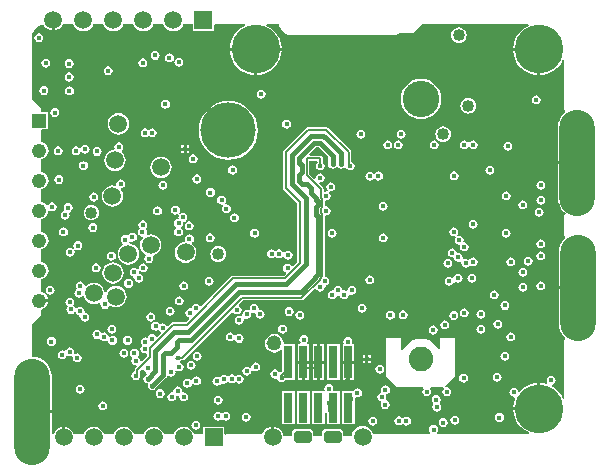
<source format=gbl>
%FSLAX44Y44*%
%MOMM*%
G71*
G01*
G75*
G04 Layer_Physical_Order=6*
G04 Layer_Color=16711680*
G04:AMPARAMS|DCode=10|XSize=2.8194mm|YSize=1.016mm|CornerRadius=0.508mm|HoleSize=0mm|Usage=FLASHONLY|Rotation=90.000|XOffset=0mm|YOffset=0mm|HoleType=Round|Shape=RoundedRectangle|*
%AMROUNDEDRECTD10*
21,1,2.8194,0.0000,0,0,90.0*
21,1,1.8034,1.0160,0,0,90.0*
1,1,1.0160,0.0000,0.9017*
1,1,1.0160,0.0000,-0.9017*
1,1,1.0160,0.0000,-0.9017*
1,1,1.0160,0.0000,0.9017*
%
%ADD10ROUNDEDRECTD10*%
G04:AMPARAMS|DCode=11|XSize=0.6096mm|YSize=1.7018mm|CornerRadius=0.3048mm|HoleSize=0mm|Usage=FLASHONLY|Rotation=0.000|XOffset=0mm|YOffset=0mm|HoleType=Round|Shape=RoundedRectangle|*
%AMROUNDEDRECTD11*
21,1,0.6096,1.0922,0,0,0.0*
21,1,0.0000,1.7018,0,0,0.0*
1,1,0.6096,0.0000,-0.5461*
1,1,0.6096,0.0000,-0.5461*
1,1,0.6096,0.0000,0.5461*
1,1,0.6096,0.0000,0.5461*
%
%ADD11ROUNDEDRECTD11*%
G04:AMPARAMS|DCode=12|XSize=0.508mm|YSize=0.6096mm|CornerRadius=0mm|HoleSize=0mm|Usage=FLASHONLY|Rotation=45.000|XOffset=0mm|YOffset=0mm|HoleType=Round|Shape=Rectangle|*
%AMROTATEDRECTD12*
4,1,4,0.0359,-0.3951,-0.3951,0.0359,-0.0359,0.3951,0.3951,-0.0359,0.0359,-0.3951,0.0*
%
%ADD12ROTATEDRECTD12*%

G04:AMPARAMS|DCode=13|XSize=0.3mm|YSize=1.8mm|CornerRadius=0mm|HoleSize=0mm|Usage=FLASHONLY|Rotation=225.000|XOffset=0mm|YOffset=0mm|HoleType=Round|Shape=Round|*
%AMOVALD13*
21,1,1.5000,0.3000,0.0000,0.0000,315.0*
1,1,0.3000,-0.5303,0.5303*
1,1,0.3000,0.5303,-0.5303*
%
%ADD13OVALD13*%

G04:AMPARAMS|DCode=14|XSize=0.3mm|YSize=1.8mm|CornerRadius=0mm|HoleSize=0mm|Usage=FLASHONLY|Rotation=315.000|XOffset=0mm|YOffset=0mm|HoleType=Round|Shape=Round|*
%AMOVALD14*
21,1,1.5000,0.3000,0.0000,0.0000,45.0*
1,1,0.3000,-0.5303,-0.5303*
1,1,0.3000,0.5303,0.5303*
%
%ADD14OVALD14*%

%ADD15R,0.6096X0.5080*%
%ADD16R,0.5080X0.6096*%
G04:AMPARAMS|DCode=17|XSize=0.508mm|YSize=0.6096mm|CornerRadius=0.127mm|HoleSize=0mm|Usage=FLASHONLY|Rotation=225.000|XOffset=0mm|YOffset=0mm|HoleType=Round|Shape=RoundedRectangle|*
%AMROUNDEDRECTD17*
21,1,0.5080,0.3556,0,0,225.0*
21,1,0.2540,0.6096,0,0,225.0*
1,1,0.2540,-0.2155,0.0359*
1,1,0.2540,-0.0359,0.2155*
1,1,0.2540,0.2155,-0.0359*
1,1,0.2540,0.0359,-0.2155*
%
%ADD17ROUNDEDRECTD17*%
%ADD18R,0.4318X1.3208*%
G04:AMPARAMS|DCode=19|XSize=0.6096mm|YSize=0.9144mm|CornerRadius=0.1524mm|HoleSize=0mm|Usage=FLASHONLY|Rotation=270.000|XOffset=0mm|YOffset=0mm|HoleType=Round|Shape=RoundedRectangle|*
%AMROUNDEDRECTD19*
21,1,0.6096,0.6096,0,0,270.0*
21,1,0.3048,0.9144,0,0,270.0*
1,1,0.3048,-0.3048,-0.1524*
1,1,0.3048,-0.3048,0.1524*
1,1,0.3048,0.3048,0.1524*
1,1,0.3048,0.3048,-0.1524*
%
%ADD19ROUNDEDRECTD19*%
G04:AMPARAMS|DCode=20|XSize=0.508mm|YSize=0.6096mm|CornerRadius=0.127mm|HoleSize=0mm|Usage=FLASHONLY|Rotation=90.000|XOffset=0mm|YOffset=0mm|HoleType=Round|Shape=RoundedRectangle|*
%AMROUNDEDRECTD20*
21,1,0.5080,0.3556,0,0,90.0*
21,1,0.2540,0.6096,0,0,90.0*
1,1,0.2540,0.1778,0.1270*
1,1,0.2540,0.1778,-0.1270*
1,1,0.2540,-0.1778,-0.1270*
1,1,0.2540,-0.1778,0.1270*
%
%ADD20ROUNDEDRECTD20*%
G04:AMPARAMS|DCode=21|XSize=0.4572mm|YSize=0.2286mm|CornerRadius=0.0572mm|HoleSize=0mm|Usage=FLASHONLY|Rotation=180.000|XOffset=0mm|YOffset=0mm|HoleType=Round|Shape=RoundedRectangle|*
%AMROUNDEDRECTD21*
21,1,0.4572,0.1143,0,0,180.0*
21,1,0.3429,0.2286,0,0,180.0*
1,1,0.1143,-0.1714,0.0572*
1,1,0.1143,0.1714,0.0572*
1,1,0.1143,0.1714,-0.0572*
1,1,0.1143,-0.1714,-0.0572*
%
%ADD21ROUNDEDRECTD21*%
G04:AMPARAMS|DCode=22|XSize=0.4572mm|YSize=0.2286mm|CornerRadius=0.0572mm|HoleSize=0mm|Usage=FLASHONLY|Rotation=90.000|XOffset=0mm|YOffset=0mm|HoleType=Round|Shape=RoundedRectangle|*
%AMROUNDEDRECTD22*
21,1,0.4572,0.1143,0,0,90.0*
21,1,0.3429,0.2286,0,0,90.0*
1,1,0.1143,0.0572,0.1714*
1,1,0.1143,0.0572,-0.1714*
1,1,0.1143,-0.0572,-0.1714*
1,1,0.1143,-0.0572,0.1714*
%
%ADD22ROUNDEDRECTD22*%
%ADD23R,0.9144X1.6002*%
G04:AMPARAMS|DCode=24|XSize=0.9144mm|YSize=1.6002mm|CornerRadius=0mm|HoleSize=0mm|Usage=FLASHONLY|Rotation=315.000|XOffset=0mm|YOffset=0mm|HoleType=Round|Shape=Rectangle|*
%AMROTATEDRECTD24*
4,1,4,-0.8891,-0.2425,0.2425,0.8891,0.8891,0.2425,-0.2425,-0.8891,-0.8891,-0.2425,0.0*
%
%ADD24ROTATEDRECTD24*%

%ADD25R,0.4064X0.4064*%
%ADD26R,0.6096X0.6096*%
%ADD27R,0.4572X1.7018*%
%ADD28R,0.4064X0.4064*%
%ADD29R,0.6096X0.6096*%
G04:AMPARAMS|DCode=30|XSize=1.4224mm|YSize=1.2192mm|CornerRadius=0mm|HoleSize=0mm|Usage=FLASHONLY|Rotation=315.019|XOffset=0mm|YOffset=0mm|HoleType=Round|Shape=Rectangle|*
%AMROTATEDRECTD30*
4,1,4,-0.9340,0.0715,-0.0722,0.9339,0.9340,-0.0715,0.0722,-0.9339,-0.9340,0.0715,0.0*
%
%ADD30ROTATEDRECTD30*%

%ADD31R,0.8128X0.8128*%
%ADD32R,1.1176X2.0066*%
%ADD33R,0.9144X0.7112*%
G04:AMPARAMS|DCode=34|XSize=0.7112mm|YSize=0.9144mm|CornerRadius=0.1778mm|HoleSize=0mm|Usage=FLASHONLY|Rotation=90.000|XOffset=0mm|YOffset=0mm|HoleType=Round|Shape=RoundedRectangle|*
%AMROUNDEDRECTD34*
21,1,0.7112,0.5588,0,0,90.0*
21,1,0.3556,0.9144,0,0,90.0*
1,1,0.3556,0.2794,0.1778*
1,1,0.3556,0.2794,-0.1778*
1,1,0.3556,-0.2794,-0.1778*
1,1,0.3556,-0.2794,0.1778*
%
%ADD34ROUNDEDRECTD34*%
G04:AMPARAMS|DCode=35|XSize=0.508mm|YSize=0.6096mm|CornerRadius=0mm|HoleSize=0mm|Usage=FLASHONLY|Rotation=270.010|XOffset=0mm|YOffset=0mm|HoleType=Round|Shape=Rectangle|*
%AMROTATEDRECTD35*
4,1,4,-0.3048,0.2540,0.3048,0.2541,0.3048,-0.2540,-0.3048,-0.2541,-0.3048,0.2540,0.0*
%
%ADD35ROTATEDRECTD35*%

G04:AMPARAMS|DCode=36|XSize=0.4064mm|YSize=1.0414mm|CornerRadius=0mm|HoleSize=0mm|Usage=FLASHONLY|Rotation=135.009|XOffset=0mm|YOffset=0mm|HoleType=Round|Shape=Rectangle|*
%AMROTATEDRECTD36*
4,1,4,0.5118,0.2246,-0.2244,-0.5119,-0.5118,-0.2246,0.2244,0.5119,0.5118,0.2246,0.0*
%
%ADD36ROTATEDRECTD36*%

G04:AMPARAMS|DCode=37|XSize=0.7112mm|YSize=0.9144mm|CornerRadius=0mm|HoleSize=0mm|Usage=FLASHONLY|Rotation=0.002|XOffset=0mm|YOffset=0mm|HoleType=Round|Shape=Rectangle|*
%AMROTATEDRECTD37*
4,1,4,-0.3556,-0.4572,-0.3556,0.4572,0.3556,0.4572,0.3556,-0.4572,-0.3556,-0.4572,0.0*
%
%ADD37ROTATEDRECTD37*%

%ADD38P,1.1495X4X315.0*%
G04:AMPARAMS|DCode=39|XSize=0.6604mm|YSize=0.3048mm|CornerRadius=0mm|HoleSize=0mm|Usage=FLASHONLY|Rotation=270.002|XOffset=0mm|YOffset=0mm|HoleType=Round|Shape=Rectangle|*
%AMROTATEDRECTD39*
4,1,4,-0.1524,0.3302,0.1524,0.3302,0.1524,-0.3302,-0.1524,-0.3302,-0.1524,0.3302,0.0*
%
%ADD39ROTATEDRECTD39*%

G04:AMPARAMS|DCode=40|XSize=0.6604mm|YSize=0.3048mm|CornerRadius=0mm|HoleSize=0mm|Usage=FLASHONLY|Rotation=180.002|XOffset=0mm|YOffset=0mm|HoleType=Round|Shape=Rectangle|*
%AMROTATEDRECTD40*
4,1,4,0.3302,0.1524,0.3302,-0.1524,-0.3302,-0.1524,-0.3302,0.1524,0.3302,0.1524,0.0*
%
%ADD40ROTATEDRECTD40*%

G04:AMPARAMS|DCode=41|XSize=0.7112mm|YSize=1.016mm|CornerRadius=0mm|HoleSize=0mm|Usage=FLASHONLY|Rotation=90.010|XOffset=0mm|YOffset=0mm|HoleType=Round|Shape=Rectangle|*
%AMROTATEDRECTD41*
4,1,4,0.5081,-0.3555,-0.5079,-0.3557,-0.5081,0.3555,0.5079,0.3557,0.5081,-0.3555,0.0*
%
%ADD41ROTATEDRECTD41*%

G04:AMPARAMS|DCode=42|XSize=0.7112mm|YSize=1.016mm|CornerRadius=0.1778mm|HoleSize=0mm|Usage=FLASHONLY|Rotation=90.010|XOffset=0mm|YOffset=0mm|HoleType=Round|Shape=RoundedRectangle|*
%AMROUNDEDRECTD42*
21,1,0.7112,0.6604,0,0,90.0*
21,1,0.3556,1.0160,0,0,90.0*
1,1,0.3556,0.3302,0.1779*
1,1,0.3556,0.3302,-0.1777*
1,1,0.3556,-0.3302,-0.1779*
1,1,0.3556,-0.3302,0.1777*
%
%ADD42ROUNDEDRECTD42*%
%ADD43R,0.4318X2.0066*%
%ADD44R,2.0066X0.4318*%
%ADD45R,3.5052X0.4318*%
G04:AMPARAMS|DCode=46|XSize=0.7112mm|YSize=0.9144mm|CornerRadius=0mm|HoleSize=0mm|Usage=FLASHONLY|Rotation=135.009|XOffset=0mm|YOffset=0mm|HoleType=Round|Shape=Rectangle|*
%AMROTATEDRECTD46*
4,1,4,0.5747,0.0719,-0.0717,-0.5747,-0.5747,-0.0719,0.0717,0.5747,0.5747,0.0719,0.0*
%
%ADD46ROTATEDRECTD46*%

G04:AMPARAMS|DCode=47|XSize=0.508mm|YSize=0.6096mm|CornerRadius=0mm|HoleSize=0mm|Usage=FLASHONLY|Rotation=0.002|XOffset=0mm|YOffset=0mm|HoleType=Round|Shape=Rectangle|*
%AMROTATEDRECTD47*
4,1,4,-0.2540,-0.3048,-0.2540,0.3048,0.2540,0.3048,0.2540,-0.3048,-0.2540,-0.3048,0.0*
%
%ADD47ROTATEDRECTD47*%

G04:AMPARAMS|DCode=48|XSize=0.6096mm|YSize=0.9144mm|CornerRadius=0.1524mm|HoleSize=0mm|Usage=FLASHONLY|Rotation=180.000|XOffset=0mm|YOffset=0mm|HoleType=Round|Shape=RoundedRectangle|*
%AMROUNDEDRECTD48*
21,1,0.6096,0.6096,0,0,180.0*
21,1,0.3048,0.9144,0,0,180.0*
1,1,0.3048,-0.1524,0.3048*
1,1,0.3048,0.1524,0.3048*
1,1,0.3048,0.1524,-0.3048*
1,1,0.3048,-0.1524,-0.3048*
%
%ADD48ROUNDEDRECTD48*%
G04:AMPARAMS|DCode=49|XSize=0.6096mm|YSize=0.9144mm|CornerRadius=0.1524mm|HoleSize=0mm|Usage=FLASHONLY|Rotation=45.000|XOffset=0mm|YOffset=0mm|HoleType=Round|Shape=RoundedRectangle|*
%AMROUNDEDRECTD49*
21,1,0.6096,0.6096,0,0,45.0*
21,1,0.3048,0.9144,0,0,45.0*
1,1,0.3048,0.3233,-0.1078*
1,1,0.3048,0.1078,-0.3233*
1,1,0.3048,-0.3233,0.1078*
1,1,0.3048,-0.1078,0.3233*
%
%ADD49ROUNDEDRECTD49*%
G04:AMPARAMS|DCode=50|XSize=0.7112mm|YSize=0.9144mm|CornerRadius=0mm|HoleSize=0mm|Usage=FLASHONLY|Rotation=45.011|XOffset=0mm|YOffset=0mm|HoleType=Round|Shape=Rectangle|*
%AMROTATEDRECTD50*
4,1,4,0.0720,-0.5747,-0.5747,0.0717,-0.0720,0.5747,0.5747,-0.0717,0.0720,-0.5747,0.0*
%
%ADD50ROTATEDRECTD50*%

G04:AMPARAMS|DCode=51|XSize=0.7112mm|YSize=0.9144mm|CornerRadius=0mm|HoleSize=0mm|Usage=FLASHONLY|Rotation=0.010|XOffset=0mm|YOffset=0mm|HoleType=Round|Shape=Rectangle|*
%AMROTATEDRECTD51*
4,1,4,-0.3555,-0.4573,-0.3557,0.4571,0.3555,0.4573,0.3557,-0.4571,-0.3555,-0.4573,0.0*
%
%ADD51ROTATEDRECTD51*%

G04:AMPARAMS|DCode=52|XSize=1.4224mm|YSize=1.0668mm|CornerRadius=0mm|HoleSize=0mm|Usage=FLASHONLY|Rotation=270.010|XOffset=0mm|YOffset=0mm|HoleType=Round|Shape=Rectangle|*
%AMROTATEDRECTD52*
4,1,4,-0.5335,0.7111,0.5333,0.7113,0.5335,-0.7111,-0.5333,-0.7113,-0.5335,0.7111,0.0*
%
%ADD52ROTATEDRECTD52*%

G04:AMPARAMS|DCode=53|XSize=0.7112mm|YSize=0.9144mm|CornerRadius=0mm|HoleSize=0mm|Usage=FLASHONLY|Rotation=90.010|XOffset=0mm|YOffset=0mm|HoleType=Round|Shape=Rectangle|*
%AMROTATEDRECTD53*
4,1,4,0.4573,-0.3555,-0.4571,-0.3557,-0.4573,0.3555,0.4571,0.3557,0.4573,-0.3555,0.0*
%
%ADD53ROTATEDRECTD53*%

G04:AMPARAMS|DCode=54|XSize=0.508mm|YSize=0.6096mm|CornerRadius=0mm|HoleSize=0mm|Usage=FLASHONLY|Rotation=135.000|XOffset=0mm|YOffset=0mm|HoleType=Round|Shape=Rectangle|*
%AMROTATEDRECTD54*
4,1,4,0.3951,0.0359,-0.0359,-0.3951,-0.3951,-0.0359,0.0359,0.3951,0.3951,0.0359,0.0*
%
%ADD54ROTATEDRECTD54*%

G04:AMPARAMS|DCode=55|XSize=0.5588mm|YSize=1.2192mm|CornerRadius=0.1397mm|HoleSize=0mm|Usage=FLASHONLY|Rotation=0.002|XOffset=0mm|YOffset=0mm|HoleType=Round|Shape=RoundedRectangle|*
%AMROUNDEDRECTD55*
21,1,0.5588,0.9398,0,0,0.0*
21,1,0.2794,1.2192,0,0,0.0*
1,1,0.2794,0.1397,-0.4699*
1,1,0.2794,-0.1397,-0.4699*
1,1,0.2794,-0.1397,0.4699*
1,1,0.2794,0.1397,0.4699*
%
%ADD55ROUNDEDRECTD55*%
G04:AMPARAMS|DCode=56|XSize=0.5588mm|YSize=1.2192mm|CornerRadius=0mm|HoleSize=0mm|Usage=FLASHONLY|Rotation=0.002|XOffset=0mm|YOffset=0mm|HoleType=Round|Shape=Rectangle|*
%AMROTATEDRECTD56*
4,1,4,-0.2794,-0.6096,-0.2794,0.6096,0.2794,0.6096,0.2794,-0.6096,-0.2794,-0.6096,0.0*
%
%ADD56ROTATEDRECTD56*%

G04:AMPARAMS|DCode=57|XSize=0.508mm|YSize=0.6096mm|CornerRadius=0mm|HoleSize=0mm|Usage=FLASHONLY|Rotation=135.009|XOffset=0mm|YOffset=0mm|HoleType=Round|Shape=Rectangle|*
%AMROTATEDRECTD57*
4,1,4,0.3951,0.0360,-0.0359,-0.3951,-0.3951,-0.0360,0.0359,0.3951,0.3951,0.0360,0.0*
%
%ADD57ROTATEDRECTD57*%

%ADD58R,1.4986X2.1082*%
%ADD59R,2.3876X1.9050*%
%ADD60R,1.1938X1.9050*%
%ADD61R,1.0160X1.1176*%
%ADD62R,1.3208X0.7112*%
%ADD63R,1.6002X0.9144*%
%ADD64C,0.1270*%
%ADD65C,0.3000*%
%ADD66C,0.5000*%
%ADD67C,0.7000*%
%ADD68C,0.2540*%
%ADD69C,0.3810*%
%ADD70O,2.5400X7.0000*%
%ADD71C,1.5000*%
%ADD72R,1.5000X1.5000*%
%ADD73C,4.1148*%
%ADD74C,4.6863*%
%ADD75R,1.2192X1.2192*%
%ADD76C,1.2192*%
%ADD77C,3.0861*%
%ADD78C,2.0860*%
G04:AMPARAMS|DCode=79|XSize=1.5mm|YSize=1mm|CornerRadius=0.25mm|HoleSize=0mm|Usage=FLASHONLY|Rotation=180.000|XOffset=0mm|YOffset=0mm|HoleType=Round|Shape=RoundedRectangle|*
%AMROUNDEDRECTD79*
21,1,1.5000,0.5000,0,0,180.0*
21,1,1.0000,1.0000,0,0,180.0*
1,1,0.5000,-0.5000,0.2500*
1,1,0.5000,0.5000,0.2500*
1,1,0.5000,0.5000,-0.2500*
1,1,0.5000,-0.5000,-0.2500*
%
%ADD79ROUNDEDRECTD79*%
%ADD80C,0.4500*%
%ADD81O,3.0000X9.0000*%
%ADD82R,0.7366X2.5000*%
%ADD83R,0.7366X2.7940*%
G04:AMPARAMS|DCode=84|XSize=1.016mm|YSize=1.016mm|CornerRadius=0.508mm|HoleSize=0mm|Usage=FLASHONLY|Rotation=90.000|XOffset=0mm|YOffset=0mm|HoleType=Round|Shape=RoundedRectangle|*
%AMROUNDEDRECTD84*
21,1,1.0160,0.0000,0,0,90.0*
21,1,0.0000,1.0160,0,0,90.0*
1,1,1.0160,0.0000,0.0000*
1,1,1.0160,0.0000,0.0000*
1,1,1.0160,0.0000,0.0000*
1,1,1.0160,0.0000,0.0000*
%
%ADD84ROUNDEDRECTD84*%
G04:AMPARAMS|DCode=85|XSize=1.27mm|YSize=1.27mm|CornerRadius=0.635mm|HoleSize=0mm|Usage=FLASHONLY|Rotation=90.000|XOffset=0mm|YOffset=0mm|HoleType=Round|Shape=RoundedRectangle|*
%AMROUNDEDRECTD85*
21,1,1.2700,0.0000,0,0,90.0*
21,1,0.0000,1.2700,0,0,90.0*
1,1,1.2700,0.0000,0.0000*
1,1,1.2700,0.0000,0.0000*
1,1,1.2700,0.0000,0.0000*
1,1,1.2700,0.0000,0.0000*
%
%ADD85ROUNDEDRECTD85*%
G36*
X2259330Y785071D02*
X2260349Y785206D01*
X2262483Y786089D01*
X2264315Y787495D01*
X2265721Y789327D01*
X2266192Y790465D01*
X2266345Y790512D01*
X2266950Y790392D01*
X2274316D01*
X2274921Y790512D01*
X2275080Y790464D01*
X2275598Y789211D01*
X2277041Y787331D01*
X2278921Y785889D01*
X2281111Y784982D01*
X2283460Y784672D01*
X2285809Y784982D01*
X2287999Y785889D01*
X2289879Y787331D01*
X2291322Y789211D01*
X2291852Y790491D01*
X2292350Y790392D01*
X2299716D01*
X2300321Y790512D01*
X2300480Y790464D01*
X2300999Y789211D01*
X2302441Y787331D01*
X2304321Y785889D01*
X2306510Y784982D01*
X2308860Y784672D01*
X2311210Y784982D01*
X2313399Y785889D01*
X2315279Y787331D01*
X2316721Y789211D01*
X2317251Y790491D01*
X2317750Y790392D01*
X2325116D01*
X2325721Y790512D01*
X2325880Y790464D01*
X2326398Y789211D01*
X2327841Y787331D01*
X2329721Y785889D01*
X2331911Y784982D01*
X2334260Y784672D01*
X2336609Y784982D01*
X2338799Y785889D01*
X2340679Y787331D01*
X2342121Y789211D01*
X2342652Y790491D01*
X2343150Y790392D01*
X2350516D01*
X2351121Y790512D01*
X2351280Y790464D01*
X2351799Y789211D01*
X2353241Y787331D01*
X2355121Y785889D01*
X2357310Y784982D01*
X2359660Y784672D01*
X2362009Y784982D01*
X2364199Y785889D01*
X2366079Y787331D01*
X2367522Y789211D01*
X2368051Y790491D01*
X2368550Y790392D01*
X2375916D01*
X2376060Y790273D01*
Y784750D01*
X2394060D01*
Y788921D01*
X2395123Y790512D01*
X2395728Y790392D01*
X2420369D01*
X2420678Y789160D01*
X2417315Y787363D01*
X2413989Y784633D01*
X2411259Y781307D01*
X2409231Y777512D01*
X2407982Y773394D01*
X2407685Y770382D01*
X2451335D01*
X2451038Y773394D01*
X2449789Y777512D01*
X2447760Y781307D01*
X2445031Y784633D01*
X2441705Y787363D01*
X2438342Y789160D01*
X2438651Y790392D01*
X2447798D01*
X2448403Y790512D01*
X2448403Y790512D01*
X2448403D01*
X2448403D01*
Y790512D01*
X2448403Y790512D01*
X2449435Y790507D01*
X2449435Y790507D01*
D01*
X2449606Y789214D01*
X2450719Y786526D01*
X2452490Y784218D01*
X2454798Y782447D01*
X2457486Y781334D01*
X2460371Y780954D01*
X2460499Y780971D01*
X2544239Y781050D01*
X2544317Y780971D01*
Y780971D01*
X2544317Y780971D01*
X2544445Y780954D01*
X2547330Y781334D01*
X2550018Y782447D01*
X2551103Y783280D01*
X2562664D01*
X2563269Y783400D01*
X2563782Y783743D01*
X2563782Y783743D01*
X2563782Y783743D01*
X2570431Y790392D01*
X2660145D01*
X2660454Y789160D01*
X2657091Y787363D01*
X2653765Y784633D01*
X2651035Y781307D01*
X2649007Y777512D01*
X2647758Y773394D01*
X2647462Y770382D01*
X2669286D01*
Y769112D01*
X2670556D01*
Y747287D01*
X2673568Y747584D01*
X2677686Y748833D01*
X2681481Y750862D01*
X2684807Y753591D01*
X2687537Y756917D01*
X2689565Y760712D01*
X2690820Y760332D01*
Y718820D01*
X2690940Y718215D01*
X2691282Y717702D01*
X2691693Y717428D01*
X2691716Y716962D01*
X2691518Y715965D01*
X2690238Y714914D01*
X2688205Y712437D01*
X2686694Y709610D01*
X2685764Y706544D01*
X2685449Y703354D01*
Y674624D01*
X2701798D01*
Y672084D01*
X2685449D01*
Y643354D01*
X2685764Y640164D01*
X2686694Y637098D01*
X2688205Y634271D01*
X2690238Y631794D01*
X2691880Y630446D01*
X2691282Y629767D01*
X2691282D01*
Y629767D01*
D01*
D01*
X2691282D01*
X2690940Y629255D01*
X2690820Y628650D01*
Y612140D01*
X2690940Y611535D01*
X2691282Y611022D01*
X2691632Y610789D01*
X2691668Y610043D01*
X2691539Y609394D01*
X2690746Y608742D01*
X2688712Y606265D01*
X2687202Y603438D01*
X2686271Y600372D01*
X2685957Y597182D01*
Y568452D01*
X2702306D01*
Y565912D01*
X2685957D01*
Y537182D01*
X2686271Y533993D01*
X2687202Y530926D01*
X2688712Y528099D01*
X2690746Y525622D01*
X2691808Y524750D01*
X2691283Y524357D01*
X2691283Y524357D01*
Y524357D01*
X2691282Y524357D01*
X2691282Y524357D01*
X2691282Y524357D01*
X2691282Y524357D01*
D01*
X2690940Y523845D01*
X2690820Y523240D01*
Y473854D01*
X2689565Y473474D01*
X2687537Y477269D01*
X2684807Y480595D01*
X2681481Y483325D01*
X2680203Y484007D01*
X2680389Y485264D01*
X2681163Y485418D01*
X2682404Y486246D01*
X2683232Y487487D01*
X2683523Y488950D01*
X2683232Y490413D01*
X2682404Y491654D01*
X2681163Y492482D01*
X2679700Y492773D01*
X2678237Y492482D01*
X2676996Y491654D01*
X2676168Y490413D01*
X2675876Y488950D01*
X2676168Y487487D01*
X2676523Y486955D01*
X2675766Y485935D01*
X2673568Y486602D01*
X2670556Y486899D01*
Y465074D01*
X2669286D01*
Y463804D01*
X2647462D01*
X2647758Y460792D01*
X2649007Y456674D01*
X2651035Y452879D01*
X2653765Y449553D01*
X2657091Y446824D01*
X2660886Y444795D01*
X2660506Y443540D01*
X2583537D01*
X2583256Y443961D01*
X2582882Y444660D01*
X2583665Y445831D01*
X2583955Y447294D01*
X2583665Y448757D01*
X2582836Y449998D01*
X2581595Y450826D01*
X2580132Y451117D01*
X2578669Y450826D01*
X2577428Y449998D01*
X2576600Y448757D01*
X2576309Y447294D01*
X2576600Y445831D01*
X2577382Y444660D01*
X2577008Y443961D01*
X2576727Y443540D01*
X2529840D01*
X2529235Y443420D01*
X2527972Y445310D01*
X2527796Y445737D01*
X2526353Y447617D01*
X2524473Y449059D01*
X2522283Y449966D01*
X2519934Y450276D01*
X2517585Y449966D01*
X2515395Y449059D01*
X2513515Y447617D01*
X2512072Y445737D01*
X2511166Y443548D01*
X2510949Y441905D01*
X2503612Y441906D01*
Y443698D01*
X2503302Y445259D01*
X2502418Y446582D01*
X2501095Y447466D01*
X2499534Y447776D01*
X2489534D01*
X2487973Y447466D01*
X2486650Y446582D01*
X2485766Y445259D01*
X2485456Y443698D01*
Y442808D01*
X2484557Y441911D01*
X2478212Y441912D01*
Y443698D01*
X2477902Y445259D01*
X2477018Y446582D01*
X2475695Y447466D01*
X2474134Y447776D01*
X2464134D01*
X2462573Y447466D01*
X2461250Y446582D01*
X2460366Y445259D01*
X2460056Y443698D01*
Y442814D01*
X2459158Y441916D01*
X2452485Y441918D01*
X2452278Y443487D01*
X2451395Y445621D01*
X2449989Y447453D01*
X2448157Y448859D01*
X2446023Y449742D01*
X2445004Y449877D01*
Y441198D01*
X2442464D01*
Y449877D01*
X2441445Y449742D01*
X2439311Y448859D01*
X2437479Y447453D01*
X2436073Y445621D01*
X2435190Y443488D01*
X2435117Y443436D01*
X2434590Y443540D01*
X2405380D01*
X2404775Y443420D01*
X2404263Y443078D01*
X2404165Y442932D01*
X2402950Y443301D01*
Y449690D01*
X2384950D01*
Y444311D01*
X2383968Y443505D01*
X2383790Y443540D01*
X2378710D01*
X2378105Y443420D01*
X2378105Y443420D01*
X2378105Y443420D01*
X2377192Y443345D01*
X2376411Y445229D01*
X2374969Y447109D01*
X2373089Y448551D01*
X2370900Y449458D01*
X2368550Y449768D01*
X2366201Y449458D01*
X2364011Y448551D01*
X2362131Y447109D01*
X2360688Y445229D01*
X2359908Y443345D01*
X2358995Y443420D01*
X2358995Y443420D01*
X2358995Y443420D01*
X2358390Y443540D01*
X2353310D01*
X2352705Y443420D01*
X2352705Y443420D01*
X2352705Y443420D01*
X2351792Y443345D01*
X2351012Y445229D01*
X2349569Y447109D01*
X2347689Y448551D01*
X2345500Y449458D01*
X2343150Y449768D01*
X2340800Y449458D01*
X2338611Y448551D01*
X2336731Y447109D01*
X2335289Y445229D01*
X2334508Y443345D01*
X2333595Y443420D01*
X2333595Y443420D01*
X2333595Y443420D01*
X2332990Y443540D01*
X2327910D01*
X2327305Y443420D01*
X2327305Y443420D01*
X2327305Y443420D01*
X2326392Y443345D01*
X2325612Y445229D01*
X2324169Y447109D01*
X2322289Y448551D01*
X2320099Y449458D01*
X2317750Y449768D01*
X2315401Y449458D01*
X2313211Y448551D01*
X2311331Y447109D01*
X2309888Y445229D01*
X2309108Y443345D01*
X2308195Y443420D01*
X2308195Y443420D01*
X2308195Y443420D01*
X2307590Y443540D01*
X2302510D01*
X2301905Y443420D01*
X2301905Y443420D01*
X2301905Y443420D01*
X2300992Y443345D01*
X2300211Y445229D01*
X2298769Y447109D01*
X2296889Y448551D01*
X2294700Y449458D01*
X2292350Y449768D01*
X2290000Y449458D01*
X2287811Y448551D01*
X2285931Y447109D01*
X2284489Y445229D01*
X2283708Y443345D01*
X2282795Y443420D01*
X2282795Y443420D01*
X2282795Y443420D01*
X2282190Y443540D01*
X2277110D01*
X2276505Y443420D01*
X2276403Y443352D01*
X2275187Y443720D01*
X2274611Y445113D01*
X2273205Y446945D01*
X2271373Y448351D01*
X2269239Y449234D01*
X2268220Y449369D01*
Y440690D01*
X2265680D01*
Y449369D01*
X2264661Y449234D01*
X2262527Y448351D01*
X2260695Y446945D01*
X2259289Y445113D01*
X2258699Y443687D01*
X2258636Y443668D01*
X2258138Y443774D01*
D01*
D01*
X2258138D01*
Y443774D01*
X2257567Y443888D01*
X2257565Y443888D01*
X2256805Y444125D01*
X2256629Y444269D01*
Y461264D01*
X2240280D01*
Y463804D01*
X2256629D01*
Y492534D01*
X2256315Y495723D01*
X2255384Y498790D01*
X2253873Y501617D01*
X2251840Y504094D01*
X2249363Y506127D01*
X2246536Y507638D01*
X2243470Y508569D01*
X2241309Y508781D01*
X2240288Y509463D01*
X2239997Y509856D01*
X2240082Y510286D01*
Y536301D01*
X2247493Y543713D01*
X2247836Y544225D01*
X2247956Y544830D01*
X2247836Y545435D01*
X2247702Y545635D01*
Y547878D01*
X2247582Y548483D01*
X2247582Y548483D01*
X2247582D01*
X2247582D01*
D01*
D01*
Y548483D01*
X2248299Y549338D01*
X2250091Y550080D01*
X2251629Y551260D01*
X2252810Y552799D01*
X2253552Y554591D01*
X2253638Y555244D01*
X2246376D01*
Y557784D01*
X2253638D01*
X2253552Y558437D01*
X2252810Y560229D01*
X2251629Y561768D01*
X2250091Y562948D01*
X2248299Y563690D01*
X2248299Y563690D01*
X2248299D01*
X2247836Y564037D01*
X2247836Y564037D01*
X2247956Y564642D01*
Y573786D01*
X2247836Y574391D01*
X2248359Y574514D01*
X2248359D01*
X2248359Y574514D01*
X2250207Y575279D01*
X2251794Y576497D01*
X2253011Y578083D01*
X2253777Y579931D01*
X2254038Y581914D01*
X2253777Y583897D01*
X2253011Y585745D01*
X2251794Y587332D01*
X2250207Y588549D01*
X2248359Y589314D01*
X2248359Y589314D01*
X2248359Y589314D01*
X2247836Y589437D01*
X2247836D01*
X2247956Y590042D01*
Y599186D01*
X2247836Y599791D01*
X2248359Y599913D01*
X2248359D01*
X2248359Y599913D01*
X2250207Y600679D01*
X2251794Y601897D01*
X2253011Y603483D01*
X2253777Y605331D01*
X2254038Y607314D01*
X2253777Y609297D01*
X2253011Y611145D01*
X2251794Y612732D01*
X2250207Y613949D01*
X2248359Y614715D01*
X2248359Y614715D01*
X2248359Y614715D01*
X2247836Y614837D01*
X2247836D01*
X2247956Y615442D01*
Y624586D01*
X2247836Y625191D01*
X2248359Y625313D01*
X2248359D01*
X2248359Y625313D01*
X2250207Y626079D01*
X2251794Y627296D01*
X2253011Y628883D01*
X2253777Y630731D01*
X2253947Y632024D01*
X2255104Y632548D01*
X2255581Y632230D01*
X2257044Y631939D01*
X2258507Y632230D01*
X2259748Y633058D01*
X2260576Y634299D01*
X2260867Y635762D01*
X2260576Y637225D01*
X2259748Y638466D01*
X2258507Y639294D01*
X2257044Y639585D01*
X2255581Y639294D01*
X2254340Y638466D01*
X2253641Y637419D01*
X2252692Y637388D01*
X2252305Y637465D01*
X2251794Y638131D01*
X2250207Y639349D01*
X2248359Y640115D01*
X2248359Y640115D01*
X2248359Y640115D01*
X2247836Y640237D01*
X2247836D01*
X2247956Y640842D01*
Y649986D01*
X2247836Y650591D01*
X2248359Y650714D01*
X2248359D01*
X2248359Y650714D01*
X2250207Y651479D01*
X2251794Y652697D01*
X2253011Y654283D01*
X2253777Y656131D01*
X2254038Y658114D01*
X2253777Y660097D01*
X2253011Y661945D01*
X2251794Y663531D01*
X2250207Y664749D01*
X2248359Y665515D01*
X2248359Y665515D01*
X2248359Y665515D01*
X2247836Y665637D01*
X2247836D01*
X2247956Y666242D01*
Y675386D01*
X2247836Y675991D01*
X2248359Y676114D01*
X2248359D01*
X2248359Y676114D01*
X2250207Y676879D01*
X2251794Y678096D01*
X2253011Y679683D01*
X2253777Y681531D01*
X2254038Y683514D01*
X2253777Y685497D01*
X2253011Y687345D01*
X2251794Y688932D01*
X2250207Y690149D01*
X2248359Y690915D01*
X2248359Y690915D01*
X2248359Y690915D01*
X2247836Y691037D01*
X2247836D01*
X2247956Y691642D01*
Y700786D01*
X2248393Y701318D01*
X2253972D01*
Y716510D01*
X2247956D01*
Y718566D01*
X2247856Y719071D01*
X2247836Y719171D01*
X2247493Y719684D01*
X2240082Y727095D01*
Y779526D01*
X2240086D01*
X2240456Y782337D01*
X2241541Y784957D01*
X2243267Y787207D01*
X2245517Y788933D01*
X2248137Y790018D01*
X2249076Y790142D01*
Y790142D01*
X2249653Y790243D01*
X2250073Y790116D01*
X2250399Y789327D01*
X2251805Y787495D01*
X2253637Y786089D01*
X2255771Y785206D01*
X2256790Y785071D01*
Y793750D01*
X2259330D01*
Y785071D01*
D02*
G37*
%LPC*%
G36*
X2272030Y558813D02*
X2270567Y558522D01*
X2269326Y557694D01*
X2268498Y556453D01*
X2268207Y554990D01*
X2268498Y553527D01*
X2269326Y552286D01*
X2270228Y551684D01*
X2269406Y550453D01*
X2269115Y548990D01*
X2269406Y547527D01*
X2270235Y546286D01*
X2271475Y545458D01*
X2272938Y545167D01*
X2274401Y545458D01*
X2275642Y546286D01*
X2276007Y546833D01*
X2277253Y546585D01*
X2277388Y545907D01*
X2278216Y544666D01*
X2279457Y543838D01*
X2280267Y543676D01*
X2280972Y542621D01*
X2280907Y542290D01*
X2281198Y540827D01*
X2282026Y539586D01*
X2283267Y538758D01*
X2284730Y538467D01*
X2286193Y538758D01*
X2287434Y539586D01*
X2288262Y540827D01*
X2288553Y542290D01*
X2288262Y543753D01*
X2287434Y544994D01*
X2286193Y545822D01*
X2285383Y545984D01*
X2284678Y547039D01*
X2284743Y547370D01*
X2284452Y548833D01*
X2283624Y550074D01*
X2282383Y550902D01*
X2280920Y551193D01*
X2279457Y550902D01*
X2278216Y550074D01*
X2277851Y549527D01*
X2276606Y549775D01*
X2276470Y550453D01*
X2275642Y551694D01*
X2274740Y552296D01*
X2275562Y553527D01*
X2275853Y554990D01*
X2275562Y556453D01*
X2274734Y557694D01*
X2273493Y558522D01*
X2272030Y558813D01*
D02*
G37*
G36*
X2340610Y546367D02*
X2339147Y546076D01*
X2337906Y545248D01*
X2337078Y544007D01*
X2336787Y542544D01*
X2337078Y541081D01*
X2337906Y539840D01*
X2339147Y539012D01*
X2340610Y538721D01*
X2342073Y539012D01*
X2343314Y539840D01*
X2344142Y541081D01*
X2344433Y542544D01*
X2344142Y544007D01*
X2343314Y545248D01*
X2342073Y546076D01*
X2340610Y546367D01*
D02*
G37*
G36*
X2634489Y540272D02*
X2633026Y539981D01*
X2631785Y539152D01*
X2630956Y537912D01*
X2630665Y536449D01*
X2630956Y534986D01*
X2631785Y533745D01*
X2633026Y532916D01*
X2634489Y532625D01*
X2635952Y532916D01*
X2637192Y533745D01*
X2638021Y534986D01*
X2638312Y536449D01*
X2638021Y537912D01*
X2637192Y539152D01*
X2635952Y539981D01*
X2634489Y540272D01*
D02*
G37*
G36*
X2452169Y536099D02*
X2450706Y535808D01*
X2449465Y534979D01*
X2448636Y533739D01*
X2448345Y532275D01*
X2448636Y530812D01*
X2449465Y529572D01*
X2450706Y528743D01*
X2452169Y528452D01*
X2453632Y528743D01*
X2454872Y529572D01*
X2455701Y530812D01*
X2455992Y532275D01*
X2455701Y533739D01*
X2454872Y534979D01*
X2453632Y535808D01*
X2452169Y536099D01*
D02*
G37*
G36*
X2589530Y539763D02*
X2588067Y539472D01*
X2586826Y538644D01*
X2585998Y537403D01*
X2585706Y535940D01*
X2585998Y534477D01*
X2586826Y533236D01*
X2588067Y532408D01*
X2589530Y532117D01*
X2590993Y532408D01*
X2592234Y533236D01*
X2593062Y534477D01*
X2593353Y535940D01*
X2593062Y537403D01*
X2592234Y538644D01*
X2590993Y539472D01*
X2589530Y539763D01*
D02*
G37*
G36*
X2597150Y547637D02*
X2595687Y547346D01*
X2594446Y546518D01*
X2593618Y545277D01*
X2593327Y543814D01*
X2593618Y542351D01*
X2594446Y541110D01*
X2595687Y540282D01*
X2597150Y539991D01*
X2598613Y540282D01*
X2599854Y541110D01*
X2600682Y542351D01*
X2600974Y543814D01*
X2600682Y545277D01*
X2599854Y546518D01*
X2598613Y547346D01*
X2597150Y547637D01*
D02*
G37*
G36*
X2620010Y548653D02*
X2618547Y548362D01*
X2617307Y547534D01*
X2616478Y546293D01*
X2616187Y544830D01*
X2616478Y543367D01*
X2617307Y542126D01*
X2618547Y541298D01*
X2620010Y541007D01*
X2621473Y541298D01*
X2622714Y542126D01*
X2623542Y543367D01*
X2623833Y544830D01*
X2623542Y546293D01*
X2622714Y547534D01*
X2621473Y548362D01*
X2620010Y548653D01*
D02*
G37*
G36*
X2606040Y549923D02*
X2604577Y549632D01*
X2603336Y548804D01*
X2602508Y547563D01*
X2602216Y546100D01*
X2602508Y544637D01*
X2603336Y543396D01*
X2604577Y542568D01*
X2606040Y542277D01*
X2607503Y542568D01*
X2608744Y543396D01*
X2609572Y544637D01*
X2609863Y546100D01*
X2609572Y547563D01*
X2608744Y548804D01*
X2607503Y549632D01*
X2606040Y549923D01*
D02*
G37*
G36*
X2554224Y548145D02*
X2552761Y547854D01*
X2551520Y547026D01*
X2550692Y545785D01*
X2550401Y544322D01*
X2550692Y542859D01*
X2551520Y541618D01*
X2552761Y540790D01*
X2554224Y540499D01*
X2555687Y540790D01*
X2556928Y541618D01*
X2557756Y542859D01*
X2558047Y544322D01*
X2557756Y545785D01*
X2556928Y547026D01*
X2555687Y547854D01*
X2554224Y548145D01*
D02*
G37*
G36*
X2466848Y547891D02*
X2465385Y547600D01*
X2464144Y546772D01*
X2463316Y545531D01*
X2463025Y544068D01*
X2463316Y542605D01*
X2464144Y541364D01*
X2465385Y540536D01*
X2466848Y540245D01*
X2468311Y540536D01*
X2469552Y541364D01*
X2470380Y542605D01*
X2470671Y544068D01*
X2470380Y545531D01*
X2469552Y546772D01*
X2468311Y547600D01*
X2466848Y547891D01*
D02*
G37*
G36*
X2543556D02*
X2542093Y547600D01*
X2540852Y546772D01*
X2540024Y545531D01*
X2539733Y544068D01*
X2540024Y542605D01*
X2540852Y541364D01*
X2542093Y540536D01*
X2543556Y540245D01*
X2545019Y540536D01*
X2546260Y541364D01*
X2547088Y542605D01*
X2547379Y544068D01*
X2547088Y545531D01*
X2546260Y546772D01*
X2545019Y547600D01*
X2543556Y547891D01*
D02*
G37*
G36*
X2256536Y525539D02*
X2255073Y525248D01*
X2253832Y524420D01*
X2253004Y523179D01*
X2252713Y521716D01*
X2253004Y520253D01*
X2253832Y519012D01*
X2255073Y518184D01*
X2256536Y517893D01*
X2257999Y518184D01*
X2259240Y519012D01*
X2260068Y520253D01*
X2260359Y521716D01*
X2260068Y523179D01*
X2259240Y524420D01*
X2257999Y525248D01*
X2256536Y525539D01*
D02*
G37*
G36*
X2294890Y531568D02*
X2293427Y531277D01*
X2292186Y530449D01*
X2291358Y529208D01*
X2291067Y527745D01*
X2291358Y526282D01*
X2292186Y525041D01*
X2293427Y524213D01*
X2294890Y523922D01*
X2296353Y524213D01*
X2296591Y524371D01*
X2297837Y524124D01*
X2297814Y524158D01*
X2298536Y523076D01*
X2299777Y522248D01*
X2301240Y521957D01*
X2302703Y522248D01*
X2303272Y522628D01*
X2304446Y522142D01*
X2304633Y521202D01*
X2305461Y519961D01*
X2306702Y519133D01*
X2308165Y518842D01*
X2309628Y519133D01*
X2310869Y519961D01*
X2311697Y521202D01*
X2311988Y522665D01*
X2311697Y524128D01*
X2310869Y525369D01*
X2309628Y526197D01*
X2308165Y526488D01*
X2306702Y526197D01*
X2306133Y525817D01*
X2304959Y526303D01*
X2304772Y527243D01*
X2303944Y528484D01*
X2302703Y529312D01*
X2301240Y529603D01*
X2299777Y529312D01*
X2299539Y529154D01*
X2298293Y529401D01*
X2298316Y529367D01*
X2297594Y530449D01*
X2296353Y531277D01*
X2294890Y531568D01*
D02*
G37*
G36*
X2272030Y516903D02*
X2270567Y516612D01*
X2269326Y515784D01*
X2268498Y514543D01*
X2268479Y514450D01*
X2267306Y513964D01*
X2267143Y514072D01*
X2265680Y514363D01*
X2264217Y514072D01*
X2262976Y513244D01*
X2262148Y512003D01*
X2261857Y510540D01*
X2262148Y509077D01*
X2262976Y507836D01*
X2264217Y507008D01*
X2265680Y506717D01*
X2267143Y507008D01*
X2268384Y507836D01*
X2269212Y509077D01*
X2269231Y509170D01*
X2270404Y509656D01*
X2270567Y509548D01*
X2272030Y509257D01*
X2273493Y509548D01*
X2273695Y509682D01*
X2274751Y508977D01*
X2274557Y508000D01*
X2274848Y506537D01*
X2275676Y505296D01*
X2276917Y504468D01*
X2278380Y504177D01*
X2279843Y504468D01*
X2281084Y505296D01*
X2281912Y506537D01*
X2282203Y508000D01*
X2281912Y509463D01*
X2281084Y510704D01*
X2279843Y511532D01*
X2278380Y511823D01*
X2276917Y511532D01*
X2276715Y511398D01*
X2275659Y512103D01*
X2275853Y513080D01*
X2275562Y514543D01*
X2274734Y515784D01*
X2273493Y516612D01*
X2272030Y516903D01*
D02*
G37*
G36*
X2522220Y510032D02*
X2520188D01*
Y508000D01*
X2522220D01*
Y510032D01*
D02*
G37*
G36*
X2526792D02*
X2524760D01*
Y508000D01*
X2526792D01*
Y510032D01*
D02*
G37*
G36*
X2321052Y526555D02*
X2319589Y526264D01*
X2318348Y525436D01*
X2317520Y524195D01*
X2317229Y522732D01*
X2317520Y521269D01*
X2318348Y520028D01*
X2319589Y519200D01*
X2321052Y518909D01*
X2322515Y519200D01*
X2323756Y520028D01*
X2324584Y521269D01*
X2324875Y522732D01*
X2324584Y524195D01*
X2323756Y525436D01*
X2322515Y526264D01*
X2321052Y526555D01*
D02*
G37*
G36*
X2307590Y535953D02*
X2306127Y535662D01*
X2304886Y534834D01*
X2304058Y533593D01*
X2303767Y532130D01*
X2304058Y530667D01*
X2304886Y529426D01*
X2306127Y528598D01*
X2307590Y528307D01*
X2309053Y528598D01*
X2310294Y529426D01*
X2311122Y530667D01*
X2311413Y532130D01*
X2311122Y533593D01*
X2310294Y534834D01*
X2309053Y535662D01*
X2307590Y535953D01*
D02*
G37*
G36*
X2620010D02*
X2618547Y535662D01*
X2617307Y534834D01*
X2616478Y533593D01*
X2616187Y532130D01*
X2616478Y530667D01*
X2617307Y529426D01*
X2618547Y528598D01*
X2620010Y528307D01*
X2621473Y528598D01*
X2622714Y529426D01*
X2623542Y530667D01*
X2623833Y532130D01*
X2623542Y533593D01*
X2622714Y534834D01*
X2621473Y535662D01*
X2620010Y535953D01*
D02*
G37*
G36*
X2579774Y535378D02*
X2578311Y535087D01*
X2577070Y534259D01*
X2576241Y533018D01*
X2575951Y531555D01*
X2576241Y530092D01*
X2577070Y528851D01*
X2578311Y528023D01*
X2579774Y527732D01*
X2581237Y528023D01*
X2582478Y528851D01*
X2583306Y530092D01*
X2583597Y531555D01*
X2583306Y533018D01*
X2582478Y534259D01*
X2581237Y535087D01*
X2579774Y535378D01*
D02*
G37*
G36*
X2407920Y529603D02*
X2406457Y529312D01*
X2405216Y528484D01*
X2404388Y527243D01*
X2404097Y525780D01*
X2404388Y524317D01*
X2405216Y523076D01*
X2406457Y522248D01*
X2407920Y521957D01*
X2409383Y522248D01*
X2410624Y523076D01*
X2410747Y523261D01*
X2411992Y523013D01*
X2412008Y522937D01*
X2412836Y521696D01*
X2414077Y520868D01*
X2415540Y520577D01*
X2417003Y520868D01*
X2418244Y521696D01*
X2419072Y522937D01*
X2419363Y524400D01*
X2419072Y525863D01*
X2418244Y527104D01*
X2417003Y527932D01*
X2415540Y528223D01*
X2414077Y527932D01*
X2412836Y527104D01*
X2412713Y526919D01*
X2411468Y527167D01*
X2411452Y527243D01*
X2410624Y528484D01*
X2409383Y529312D01*
X2407920Y529603D01*
D02*
G37*
G36*
X2645410D02*
X2643947Y529312D01*
X2642706Y528484D01*
X2641878Y527243D01*
X2641587Y525780D01*
X2641878Y524317D01*
X2642706Y523076D01*
X2643947Y522248D01*
X2645410Y521957D01*
X2646873Y522248D01*
X2648114Y523076D01*
X2648942Y524317D01*
X2649233Y525780D01*
X2648942Y527243D01*
X2648114Y528484D01*
X2646873Y529312D01*
X2645410Y529603D01*
D02*
G37*
G36*
X2390140Y576593D02*
X2388677Y576302D01*
X2387436Y575474D01*
X2386608Y574233D01*
X2386317Y572770D01*
X2386608Y571307D01*
X2387436Y570066D01*
X2388677Y569238D01*
X2390140Y568947D01*
X2391603Y569238D01*
X2392844Y570066D01*
X2393672Y571307D01*
X2393963Y572770D01*
X2393672Y574233D01*
X2392844Y575474D01*
X2391603Y576302D01*
X2390140Y576593D01*
D02*
G37*
G36*
X2526030Y577863D02*
X2524567Y577572D01*
X2523326Y576744D01*
X2522498Y575503D01*
X2522207Y574040D01*
X2522498Y572577D01*
X2523326Y571336D01*
X2524567Y570508D01*
X2526030Y570217D01*
X2527493Y570508D01*
X2528734Y571336D01*
X2529562Y572577D01*
X2529853Y574040D01*
X2529562Y575503D01*
X2528734Y576744D01*
X2527493Y577572D01*
X2526030Y577863D01*
D02*
G37*
G36*
X2321814Y574815D02*
X2320351Y574524D01*
X2319110Y573696D01*
X2318282Y572455D01*
X2317991Y570992D01*
X2318282Y569529D01*
X2319110Y568288D01*
X2320351Y567460D01*
X2321814Y567169D01*
X2323277Y567460D01*
X2324518Y568288D01*
X2325346Y569529D01*
X2325637Y570992D01*
X2325346Y572455D01*
X2324518Y573696D01*
X2323277Y574524D01*
X2321814Y574815D01*
D02*
G37*
G36*
X2670810Y572783D02*
X2669347Y572492D01*
X2668106Y571664D01*
X2667278Y570423D01*
X2666987Y568960D01*
X2667278Y567497D01*
X2668106Y566256D01*
X2669347Y565428D01*
X2670810Y565137D01*
X2672273Y565428D01*
X2673513Y566256D01*
X2674342Y567497D01*
X2674633Y568960D01*
X2674342Y570423D01*
X2673513Y571664D01*
X2672273Y572492D01*
X2670810Y572783D01*
D02*
G37*
G36*
X2510790Y568973D02*
X2509327Y568682D01*
X2508086Y567854D01*
X2507258Y566613D01*
X2506967Y565150D01*
X2506967Y565150D01*
Y565150D01*
X2505903Y564872D01*
X2504440Y565163D01*
X2504109Y565098D01*
X2503053Y565803D01*
X2502892Y566613D01*
X2502064Y567854D01*
X2500823Y568682D01*
X2499360Y568973D01*
X2497897Y568682D01*
X2496656Y567854D01*
X2495828Y566613D01*
X2495667Y565803D01*
X2494610Y565098D01*
X2494280Y565163D01*
X2492817Y564872D01*
X2491576Y564044D01*
X2490748Y562803D01*
X2490457Y561340D01*
X2490748Y559877D01*
X2491576Y558636D01*
X2492817Y557808D01*
X2494280Y557517D01*
X2495743Y557808D01*
X2496984Y558636D01*
X2497812Y559877D01*
X2497973Y560687D01*
X2499030Y561392D01*
X2499360Y561327D01*
X2499691Y561392D01*
X2500746Y560687D01*
X2500908Y559877D01*
X2501736Y558636D01*
X2502977Y557808D01*
X2504440Y557517D01*
X2505903Y557808D01*
X2507144Y558636D01*
X2507972Y559877D01*
X2508263Y561340D01*
D01*
X2508264D01*
Y561340D01*
D01*
D01*
D01*
X2509327Y561618D01*
X2510790Y561327D01*
X2512253Y561618D01*
X2513494Y562446D01*
X2514322Y563687D01*
X2514613Y565150D01*
X2514322Y566613D01*
X2513494Y567854D01*
X2512253Y568682D01*
X2510790Y568973D01*
D02*
G37*
G36*
X2308606Y588960D02*
X2306257Y588650D01*
X2304067Y587743D01*
X2302187Y586301D01*
X2300744Y584421D01*
X2299838Y582231D01*
X2299528Y579882D01*
X2299838Y577533D01*
X2300744Y575343D01*
X2302187Y573463D01*
X2304067Y572020D01*
X2306257Y571114D01*
X2308606Y570804D01*
X2310956Y571114D01*
X2313145Y572020D01*
X2315025Y573463D01*
X2316467Y575343D01*
X2317374Y577533D01*
X2317684Y579882D01*
X2317374Y582231D01*
X2316467Y584421D01*
X2315025Y586301D01*
X2313145Y587743D01*
X2310956Y588650D01*
X2308606Y588960D01*
D02*
G37*
G36*
X2294382Y588023D02*
X2292919Y587732D01*
X2291678Y586904D01*
X2290850Y585663D01*
X2290559Y584200D01*
X2290850Y582737D01*
X2291678Y581496D01*
X2292919Y580668D01*
X2294382Y580377D01*
X2295845Y580668D01*
X2297086Y581496D01*
X2297914Y582737D01*
X2298205Y584200D01*
X2297914Y585663D01*
X2297086Y586904D01*
X2295845Y587732D01*
X2294382Y588023D01*
D02*
G37*
G36*
X2334260D02*
X2332797Y587732D01*
X2331556Y586904D01*
X2330728Y585663D01*
X2330437Y584200D01*
X2330578Y583488D01*
X2329405Y583002D01*
X2329344Y583094D01*
X2328103Y583922D01*
X2326640Y584213D01*
X2325177Y583922D01*
X2323936Y583094D01*
X2323108Y581853D01*
X2322817Y580390D01*
X2323108Y578927D01*
X2323936Y577686D01*
X2325177Y576858D01*
X2325987Y576697D01*
X2326692Y575640D01*
X2326627Y575310D01*
X2326918Y573847D01*
X2327746Y572606D01*
X2328987Y571778D01*
X2330450Y571487D01*
X2331913Y571778D01*
X2333154Y572606D01*
X2333982Y573847D01*
X2334273Y575310D01*
X2333982Y576773D01*
X2333154Y578014D01*
X2331913Y578842D01*
X2331103Y579003D01*
X2330398Y580060D01*
X2330463Y580390D01*
X2330322Y581102D01*
X2331495Y581588D01*
X2331556Y581496D01*
X2332797Y580668D01*
X2334260Y580377D01*
X2335723Y580668D01*
X2336964Y581496D01*
X2337792Y582737D01*
X2338083Y584200D01*
X2337792Y585663D01*
X2336964Y586904D01*
X2335723Y587732D01*
X2334260Y588023D01*
D02*
G37*
G36*
X2655570Y584213D02*
X2654107Y583922D01*
X2652867Y583094D01*
X2652038Y581853D01*
X2651747Y580390D01*
X2652038Y578927D01*
X2652867Y577686D01*
X2654107Y576858D01*
X2655570Y576567D01*
X2657033Y576858D01*
X2658274Y577686D01*
X2659102Y578927D01*
X2659393Y580390D01*
X2659102Y581853D01*
X2658274Y583094D01*
X2657033Y583922D01*
X2655570Y584213D01*
D02*
G37*
G36*
X2612390Y579133D02*
X2610927Y578842D01*
X2609686Y578014D01*
X2608858Y576773D01*
X2608567Y575310D01*
X2608858Y573847D01*
X2609686Y572606D01*
X2610927Y571778D01*
X2612390Y571487D01*
X2613853Y571778D01*
X2615094Y572606D01*
X2615923Y573847D01*
X2616213Y575310D01*
X2615923Y576773D01*
X2615094Y578014D01*
X2613853Y578842D01*
X2612390Y579133D01*
D02*
G37*
G36*
X2600960D02*
X2599497Y578842D01*
X2598257Y578014D01*
X2597428Y576773D01*
X2597342Y576341D01*
X2596044Y575474D01*
X2594803Y576302D01*
X2593340Y576593D01*
X2591877Y576302D01*
X2590636Y575474D01*
X2589808Y574233D01*
X2589517Y572770D01*
X2589808Y571307D01*
X2590636Y570066D01*
X2591877Y569238D01*
X2593340Y568947D01*
X2594803Y569238D01*
X2596044Y570066D01*
X2596872Y571307D01*
X2596958Y571739D01*
X2598257Y572606D01*
X2599497Y571778D01*
X2600960Y571487D01*
X2602423Y571778D01*
X2603664Y572606D01*
X2604492Y573847D01*
X2604783Y575310D01*
X2604492Y576773D01*
X2603664Y578014D01*
X2602423Y578842D01*
X2600960Y579133D01*
D02*
G37*
G36*
X2428240Y553733D02*
X2426777Y553442D01*
X2425536Y552614D01*
X2424708Y551373D01*
X2424417Y549910D01*
X2424611Y548933D01*
X2423555Y548228D01*
X2423353Y548362D01*
X2421890Y548653D01*
X2420427Y548362D01*
X2419186Y547534D01*
X2418358Y546293D01*
X2418067Y544830D01*
X2418261Y543853D01*
X2417205Y543148D01*
X2417003Y543282D01*
X2415540Y543573D01*
X2414077Y543282D01*
X2412836Y542454D01*
X2412008Y541213D01*
X2411717Y539750D01*
X2412008Y538287D01*
X2412836Y537046D01*
X2414077Y536218D01*
X2415540Y535927D01*
X2417003Y536218D01*
X2418244Y537046D01*
X2419072Y538287D01*
X2419363Y539750D01*
X2419169Y540727D01*
X2420225Y541432D01*
X2420427Y541298D01*
X2421890Y541007D01*
X2423353Y541298D01*
X2424594Y542126D01*
X2425422Y543367D01*
X2425713Y544830D01*
X2425519Y545807D01*
X2426575Y546512D01*
X2426777Y546378D01*
X2428240Y546087D01*
X2428687Y546176D01*
X2429586Y545277D01*
X2429497Y544830D01*
X2429788Y543367D01*
X2430616Y542126D01*
X2431857Y541298D01*
X2433320Y541007D01*
X2434783Y541298D01*
X2436024Y542126D01*
X2436852Y543367D01*
X2437143Y544830D01*
X2436852Y546293D01*
X2436024Y547534D01*
X2434783Y548362D01*
X2433320Y548653D01*
X2432872Y548564D01*
X2431974Y549463D01*
X2432063Y549910D01*
X2431772Y551373D01*
X2430944Y552614D01*
X2429703Y553442D01*
X2428240Y553733D01*
D02*
G37*
G36*
X2640390Y556213D02*
X2638927Y555922D01*
X2637686Y555094D01*
X2636858Y553853D01*
X2636566Y552390D01*
X2636858Y550927D01*
X2637686Y549686D01*
X2638927Y548858D01*
X2640390Y548567D01*
X2641853Y548858D01*
X2643094Y549686D01*
X2643922Y550927D01*
X2644213Y552390D01*
X2643922Y553853D01*
X2643094Y555094D01*
X2641853Y555922D01*
X2640390Y556213D01*
D02*
G37*
G36*
X2519680Y553733D02*
X2518217Y553442D01*
X2516976Y552614D01*
X2516148Y551373D01*
X2515857Y549910D01*
X2516148Y548447D01*
X2516976Y547206D01*
X2518217Y546378D01*
X2519680Y546087D01*
X2521143Y546378D01*
X2522384Y547206D01*
X2523212Y548447D01*
X2523503Y549910D01*
X2523212Y551373D01*
X2522384Y552614D01*
X2521143Y553442D01*
X2519680Y553733D01*
D02*
G37*
G36*
X2457704Y550939D02*
X2456241Y550648D01*
X2455000Y549820D01*
X2454172Y548579D01*
X2453881Y547116D01*
X2454172Y545653D01*
X2455000Y544412D01*
X2456241Y543584D01*
X2457704Y543293D01*
X2459167Y543584D01*
X2460408Y544412D01*
X2461236Y545653D01*
X2461527Y547116D01*
X2461236Y548579D01*
X2460408Y549820D01*
X2459167Y550648D01*
X2457704Y550939D01*
D02*
G37*
G36*
X2357120Y551193D02*
X2355657Y550902D01*
X2354416Y550074D01*
X2353588Y548833D01*
X2353297Y547370D01*
X2353588Y545907D01*
X2354416Y544666D01*
X2355657Y543838D01*
X2357120Y543547D01*
X2358583Y543838D01*
X2359824Y544666D01*
X2360652Y545907D01*
X2360943Y547370D01*
X2360652Y548833D01*
X2359824Y550074D01*
X2358583Y550902D01*
X2357120Y551193D01*
D02*
G37*
G36*
X2280920Y572783D02*
X2279457Y572492D01*
X2278216Y571664D01*
X2277388Y570423D01*
X2277097Y568960D01*
X2277388Y567497D01*
X2277761Y566938D01*
X2277513Y565692D01*
X2276946Y565314D01*
X2276118Y564073D01*
X2275827Y562610D01*
X2276118Y561147D01*
X2276946Y559906D01*
X2278187Y559078D01*
X2279650Y558787D01*
X2281113Y559078D01*
X2282354Y559906D01*
X2282470Y560081D01*
X2283445Y560209D01*
X2283875Y560167D01*
X2284742Y558071D01*
X2286185Y556191D01*
X2288065Y554748D01*
X2290255Y553842D01*
X2292604Y553532D01*
X2294953Y553842D01*
X2297096Y554729D01*
X2297262Y554593D01*
X2298016Y553611D01*
X2297950Y553279D01*
X2298241Y551816D01*
X2299070Y550575D01*
X2300310Y549747D01*
X2301773Y549455D01*
X2303236Y549747D01*
X2304477Y550575D01*
X2305292Y551795D01*
X2306545Y552002D01*
X2306607Y551954D01*
X2308797Y551048D01*
X2311146Y550738D01*
X2313495Y551048D01*
X2315685Y551954D01*
X2317565Y553397D01*
X2319008Y555277D01*
X2319914Y557467D01*
X2320224Y559816D01*
X2319914Y562165D01*
X2319008Y564355D01*
X2317565Y566235D01*
X2315685Y567677D01*
X2313495Y568584D01*
X2311146Y568894D01*
X2308797Y568584D01*
X2306607Y567677D01*
X2304727Y566235D01*
X2303284Y564355D01*
X2302833Y563264D01*
X2301574Y563430D01*
X2301372Y564959D01*
X2300466Y567149D01*
X2299023Y569029D01*
X2297143Y570471D01*
X2294953Y571378D01*
X2292604Y571688D01*
X2290255Y571378D01*
X2288065Y570471D01*
X2286185Y569029D01*
X2285966Y568743D01*
X2284729Y569032D01*
X2284452Y570423D01*
X2283624Y571664D01*
X2282383Y572492D01*
X2280920Y572783D01*
D02*
G37*
G36*
X2655570Y571513D02*
X2654107Y571222D01*
X2652867Y570394D01*
X2652038Y569153D01*
X2651747Y567690D01*
X2652038Y566227D01*
X2652867Y564986D01*
X2654107Y564158D01*
X2655570Y563867D01*
X2657033Y564158D01*
X2658274Y564986D01*
X2659102Y566227D01*
X2659393Y567690D01*
X2659102Y569153D01*
X2658274Y570394D01*
X2657033Y571222D01*
X2655570Y571513D01*
D02*
G37*
G36*
X2368550Y572783D02*
X2367087Y572492D01*
X2365846Y571664D01*
X2365018Y570423D01*
X2364727Y568960D01*
X2365018Y567497D01*
X2365846Y566256D01*
X2367087Y565428D01*
X2368550Y565137D01*
X2370013Y565428D01*
X2371254Y566256D01*
X2372082Y567497D01*
X2372373Y568960D01*
X2372082Y570423D01*
X2371254Y571664D01*
X2370013Y572492D01*
X2368550Y572783D01*
D02*
G37*
G36*
X2255520Y568973D02*
X2254057Y568682D01*
X2252816Y567854D01*
X2251988Y566613D01*
X2251697Y565150D01*
X2251988Y563687D01*
X2252816Y562446D01*
X2254057Y561618D01*
X2255520Y561327D01*
X2256983Y561618D01*
X2258224Y562446D01*
X2259052Y563687D01*
X2259343Y565150D01*
X2259052Y566613D01*
X2258224Y567854D01*
X2256983Y568682D01*
X2255520Y568973D01*
D02*
G37*
G36*
X2364740Y560083D02*
X2363277Y559792D01*
X2362036Y558964D01*
X2361208Y557723D01*
X2360917Y556260D01*
X2361208Y554797D01*
X2362036Y553556D01*
X2363277Y552728D01*
X2364740Y552437D01*
X2366203Y552728D01*
X2367444Y553556D01*
X2368272Y554797D01*
X2368563Y556260D01*
X2368272Y557723D01*
X2367444Y558964D01*
X2366203Y559792D01*
X2364740Y560083D01*
D02*
G37*
G36*
X2631440Y565163D02*
X2629977Y564872D01*
X2628736Y564044D01*
X2627908Y562803D01*
X2627617Y561340D01*
X2627908Y559877D01*
X2628736Y558636D01*
X2629977Y557808D01*
X2631440Y557517D01*
X2632903Y557808D01*
X2634144Y558636D01*
X2634973Y559877D01*
X2635263Y561340D01*
X2634973Y562803D01*
X2634144Y564044D01*
X2632903Y564872D01*
X2631440Y565163D01*
D02*
G37*
G36*
X2317750Y515633D02*
X2316287Y515342D01*
X2315046Y514514D01*
X2314218Y513273D01*
X2313927Y511810D01*
X2314218Y510347D01*
X2315046Y509106D01*
X2316287Y508278D01*
X2317750Y507987D01*
X2319213Y508278D01*
X2320454Y509106D01*
X2321282Y510347D01*
X2321573Y511810D01*
X2321282Y513273D01*
X2320454Y514514D01*
X2319213Y515342D01*
X2317750Y515633D01*
D02*
G37*
G36*
X2397760Y476009D02*
X2396297Y475718D01*
X2395056Y474890D01*
X2394228Y473649D01*
X2393937Y472186D01*
X2394228Y470723D01*
X2395056Y469482D01*
X2396297Y468654D01*
X2397760Y468363D01*
X2399223Y468654D01*
X2400464Y469482D01*
X2401292Y470723D01*
X2401583Y472186D01*
X2401292Y473649D01*
X2400464Y474890D01*
X2399223Y475718D01*
X2397760Y476009D01*
D02*
G37*
G36*
X2348484Y481597D02*
X2347021Y481306D01*
X2345780Y480478D01*
X2344952Y479237D01*
X2344661Y477774D01*
X2344952Y476311D01*
X2345780Y475070D01*
X2347021Y474242D01*
X2348484Y473951D01*
X2349947Y474242D01*
X2351188Y475070D01*
X2352016Y476311D01*
X2352307Y477774D01*
X2352016Y479237D01*
X2351188Y480478D01*
X2349947Y481306D01*
X2348484Y481597D01*
D02*
G37*
G36*
X2539238Y484645D02*
X2537775Y484354D01*
X2536534Y483526D01*
X2535706Y482285D01*
X2535415Y480822D01*
X2535706Y479359D01*
X2535411Y478649D01*
X2534727Y478512D01*
X2533486Y477684D01*
X2532658Y476443D01*
X2532367Y474980D01*
X2532658Y473517D01*
X2533486Y472276D01*
X2534727Y471448D01*
X2535194Y471355D01*
X2535680Y470181D01*
X2535452Y469839D01*
X2535161Y468376D01*
X2535452Y466913D01*
X2536280Y465672D01*
X2537521Y464844D01*
X2538984Y464553D01*
X2540447Y464844D01*
X2541688Y465672D01*
X2542516Y466913D01*
X2542807Y468376D01*
X2542516Y469839D01*
X2541688Y471080D01*
X2540447Y471908D01*
X2539980Y472001D01*
X2539494Y473175D01*
X2539722Y473517D01*
X2540013Y474980D01*
X2539722Y476443D01*
X2540017Y477153D01*
X2540701Y477290D01*
X2541942Y478118D01*
X2542770Y479359D01*
X2543061Y480822D01*
X2542770Y482285D01*
X2541942Y483526D01*
X2540701Y484354D01*
X2539238Y484645D01*
D02*
G37*
G36*
X2582164Y476517D02*
X2580701Y476226D01*
X2579460Y475398D01*
X2578632Y474157D01*
X2578340Y472694D01*
X2578632Y471231D01*
X2579460Y469990D01*
X2579676Y469846D01*
X2579924Y468601D01*
X2579394Y467807D01*
X2579102Y466344D01*
X2579394Y464881D01*
X2580222Y463640D01*
X2581463Y462812D01*
X2582926Y462521D01*
X2584389Y462812D01*
X2585630Y463640D01*
X2586458Y464881D01*
X2586749Y466344D01*
X2586458Y467807D01*
X2585630Y469048D01*
X2585414Y469192D01*
X2585166Y470437D01*
X2585696Y471231D01*
X2585988Y472694D01*
X2585696Y474157D01*
X2584868Y475398D01*
X2583627Y476226D01*
X2582164Y476517D01*
D02*
G37*
G36*
X2299970Y471183D02*
X2298507Y470892D01*
X2297266Y470064D01*
X2296438Y468823D01*
X2296147Y467360D01*
X2296438Y465897D01*
X2297266Y464656D01*
X2298507Y463828D01*
X2299970Y463537D01*
X2301433Y463828D01*
X2302674Y464656D01*
X2303502Y465897D01*
X2303793Y467360D01*
X2303502Y468823D01*
X2302674Y470064D01*
X2301433Y470892D01*
X2299970Y471183D01*
D02*
G37*
G36*
X2515616Y482105D02*
X2514153Y481814D01*
X2512912Y480986D01*
X2512120Y479800D01*
X2502813D01*
Y451800D01*
X2513179D01*
Y470914D01*
X2513560Y471485D01*
X2513851Y472948D01*
X2513689Y473765D01*
X2514587Y474663D01*
X2515616Y474459D01*
X2517079Y474750D01*
X2518320Y475578D01*
X2519148Y476819D01*
X2519439Y478282D01*
X2519148Y479745D01*
X2518320Y480986D01*
X2517079Y481814D01*
X2515616Y482105D01*
D02*
G37*
G36*
X2668016Y486899D02*
X2665004Y486602D01*
X2660886Y485353D01*
X2657091Y483325D01*
X2653765Y480595D01*
X2652815Y479437D01*
X2651583Y479746D01*
X2651483Y480253D01*
X2650654Y481494D01*
X2649413Y482322D01*
X2647950Y482613D01*
X2646487Y482322D01*
X2645246Y481494D01*
X2644418Y480253D01*
X2644127Y478790D01*
X2644418Y477327D01*
X2645246Y476086D01*
X2646487Y475258D01*
X2647950Y474967D01*
X2648569Y475090D01*
X2649326Y474070D01*
X2649007Y473474D01*
X2647758Y469356D01*
X2647462Y466344D01*
X2668016D01*
Y486899D01*
D02*
G37*
G36*
X2605532Y494551D02*
X2604069Y494260D01*
X2602828Y493432D01*
X2602000Y492191D01*
X2601709Y490728D01*
X2602000Y489265D01*
X2602828Y488024D01*
X2604069Y487196D01*
X2605532Y486905D01*
X2606995Y487196D01*
X2608235Y488024D01*
X2609064Y489265D01*
X2609355Y490728D01*
X2609064Y492191D01*
X2608235Y493432D01*
X2606995Y494260D01*
X2605532Y494551D01*
D02*
G37*
G36*
X2363470Y483883D02*
X2362007Y483592D01*
X2360766Y482764D01*
X2359938Y481523D01*
X2359647Y480060D01*
X2359736Y479613D01*
X2358837Y478714D01*
X2358390Y478803D01*
X2356927Y478512D01*
X2355686Y477684D01*
X2354858Y476443D01*
X2354567Y474980D01*
X2354858Y473517D01*
X2355686Y472276D01*
X2356927Y471448D01*
X2358390Y471157D01*
X2359853Y471448D01*
X2361094Y472276D01*
X2361922Y473517D01*
X2362213Y474980D01*
X2362124Y475428D01*
X2363022Y476326D01*
X2363470Y476237D01*
X2363918Y476326D01*
X2364816Y475428D01*
X2364727Y474980D01*
X2365018Y473517D01*
X2365846Y472276D01*
X2367087Y471448D01*
X2368550Y471157D01*
X2370013Y471448D01*
X2371254Y472276D01*
X2372082Y473517D01*
X2372373Y474980D01*
X2372082Y476443D01*
X2371254Y477684D01*
X2370013Y478512D01*
X2368550Y478803D01*
X2368103Y478714D01*
X2367204Y479613D01*
X2367293Y480060D01*
X2367002Y481523D01*
X2366174Y482764D01*
X2364933Y483592D01*
X2363470Y483883D01*
D02*
G37*
G36*
X2540000Y524510D02*
X2540000Y492252D01*
X2549144Y483108D01*
X2570847D01*
X2571505Y482124D01*
X2571577Y481988D01*
X2570758Y480761D01*
X2570467Y479298D01*
X2570758Y477835D01*
X2571586Y476594D01*
X2572827Y475766D01*
X2574290Y475475D01*
X2575753Y475766D01*
X2576994Y476594D01*
X2577822Y477835D01*
X2578113Y479298D01*
X2577822Y480761D01*
X2577003Y481988D01*
X2577076Y482124D01*
X2577733Y483108D01*
X2587865D01*
X2588523Y482124D01*
X2588595Y481988D01*
X2587776Y480761D01*
X2587485Y479298D01*
X2587776Y477835D01*
X2588604Y476594D01*
X2589845Y475766D01*
X2591308Y475475D01*
X2592771Y475766D01*
X2594012Y476594D01*
X2594840Y477835D01*
X2595132Y479298D01*
X2594840Y480761D01*
X2594012Y482002D01*
X2592771Y482830D01*
X2591308Y483121D01*
X2590300Y482921D01*
X2589701Y484041D01*
X2598420Y492760D01*
Y524510D01*
X2585720D01*
Y515293D01*
X2584488Y514984D01*
X2583692Y516473D01*
X2581564Y519066D01*
X2578971Y521194D01*
X2576013Y522776D01*
X2572802Y523749D01*
X2569464Y524078D01*
X2566125Y523749D01*
X2562915Y522776D01*
X2559957Y521194D01*
X2557364Y519066D01*
X2555236Y516473D01*
X2553932Y514034D01*
X2552700Y514342D01*
X2552700Y524510D01*
X2540000Y524510D01*
D02*
G37*
G36*
X2280920Y485153D02*
X2279457Y484862D01*
X2278216Y484034D01*
X2277388Y482793D01*
X2277097Y481330D01*
X2277388Y479867D01*
X2278216Y478626D01*
X2279457Y477798D01*
X2280920Y477507D01*
X2282383Y477798D01*
X2283624Y478626D01*
X2284452Y479867D01*
X2284743Y481330D01*
X2284452Y482793D01*
X2283624Y484034D01*
X2282383Y484862D01*
X2280920Y485153D01*
D02*
G37*
G36*
X2550668Y458483D02*
X2549205Y458192D01*
X2547964Y457364D01*
X2547136Y456123D01*
X2546845Y454660D01*
X2547136Y453197D01*
X2547964Y451956D01*
X2549205Y451128D01*
X2550668Y450837D01*
X2552131Y451128D01*
X2553372Y451956D01*
D01*
X2553372Y451956D01*
X2554314Y451702D01*
X2554314Y451702D01*
Y451702D01*
X2555555Y450874D01*
X2557018Y450583D01*
X2558481Y450874D01*
X2559722Y451702D01*
X2560551Y452943D01*
X2560841Y454406D01*
X2560551Y455869D01*
X2559722Y457110D01*
X2558481Y457938D01*
X2557018Y458229D01*
X2555555Y457938D01*
X2554314Y457110D01*
D01*
X2553372Y457364D01*
X2553372Y457364D01*
Y457364D01*
X2552131Y458192D01*
X2550668Y458483D01*
D02*
G37*
G36*
X2598166Y458991D02*
X2596703Y458700D01*
X2595462Y457872D01*
X2594633Y456631D01*
X2594343Y455168D01*
X2594633Y453705D01*
X2595462Y452464D01*
X2596703Y451636D01*
X2598166Y451345D01*
X2599629Y451636D01*
X2600870Y452464D01*
X2601698Y453705D01*
X2601989Y455168D01*
X2601698Y456631D01*
X2600870Y457872D01*
X2599629Y458700D01*
X2598166Y458991D01*
D02*
G37*
G36*
X2528570Y458229D02*
X2527107Y457938D01*
X2525866Y457110D01*
X2525038Y455869D01*
X2524747Y454406D01*
X2525038Y452943D01*
X2525866Y451702D01*
X2527107Y450874D01*
X2528570Y450583D01*
X2530033Y450874D01*
X2531274Y451702D01*
X2532102Y452943D01*
X2532393Y454406D01*
X2532102Y455869D01*
X2531274Y457110D01*
X2530033Y457938D01*
X2528570Y458229D01*
D02*
G37*
G36*
X2378710Y454673D02*
X2377247Y454382D01*
X2376006Y453554D01*
X2375178Y452313D01*
X2374887Y450850D01*
X2375178Y449387D01*
X2376006Y448146D01*
X2377247Y447318D01*
X2378710Y447027D01*
X2380173Y447318D01*
X2381414Y448146D01*
X2382242Y449387D01*
X2382533Y450850D01*
X2382242Y452313D01*
X2381414Y453554D01*
X2380173Y454382D01*
X2378710Y454673D01*
D02*
G37*
G36*
X2588260Y456941D02*
X2586797Y456650D01*
X2585556Y455821D01*
X2584727Y454581D01*
X2584437Y453118D01*
X2584727Y451655D01*
X2585556Y450414D01*
X2586797Y449585D01*
X2588260Y449294D01*
X2589723Y449585D01*
X2590964Y450414D01*
X2591792Y451655D01*
X2592083Y453118D01*
X2591792Y454581D01*
X2590964Y455821D01*
X2589723Y456650D01*
X2588260Y456941D01*
D02*
G37*
G36*
X2462379Y479800D02*
X2452013D01*
Y451800D01*
X2462379D01*
Y479800D01*
D02*
G37*
G36*
X2421382Y461531D02*
X2419919Y461240D01*
X2418678Y460412D01*
X2417850Y459171D01*
X2417559Y457708D01*
X2417850Y456245D01*
X2418678Y455004D01*
X2419919Y454176D01*
X2421382Y453885D01*
X2422845Y454176D01*
X2424086Y455004D01*
X2424914Y456245D01*
X2425205Y457708D01*
X2424914Y459171D01*
X2424086Y460412D01*
X2422845Y461240D01*
X2421382Y461531D01*
D02*
G37*
G36*
X2404110Y462293D02*
X2402647Y462002D01*
X2401406Y461174D01*
X2400210D01*
X2398969Y462002D01*
X2397506Y462293D01*
X2396043Y462002D01*
X2394802Y461174D01*
X2393974Y459933D01*
X2393683Y458470D01*
X2393974Y457007D01*
X2394802Y455766D01*
X2396043Y454938D01*
X2397506Y454647D01*
X2398969Y454938D01*
X2400210Y455766D01*
X2401406D01*
X2402647Y454938D01*
X2404110Y454647D01*
X2405573Y454938D01*
X2406814Y455766D01*
X2407642Y457007D01*
X2407933Y458470D01*
X2407642Y459933D01*
X2406814Y461174D01*
X2405573Y462002D01*
X2404110Y462293D01*
D02*
G37*
G36*
X2635758Y461278D02*
X2634295Y460987D01*
X2633054Y460158D01*
X2632225Y458917D01*
X2631935Y457454D01*
X2632225Y455991D01*
X2633054Y454751D01*
X2634295Y453922D01*
X2635758Y453631D01*
X2637221Y453922D01*
X2638461Y454751D01*
X2639290Y455991D01*
X2639581Y457454D01*
X2639290Y458917D01*
X2638461Y460158D01*
X2637221Y460987D01*
X2635758Y461278D01*
D02*
G37*
G36*
X2475079Y479800D02*
X2464713D01*
Y451800D01*
X2475079D01*
Y479800D01*
D02*
G37*
G36*
X2491327Y485714D02*
X2489864Y485422D01*
X2488624Y484594D01*
X2487795Y483353D01*
X2487504Y481890D01*
X2487724Y480782D01*
X2486994Y479892D01*
X2486857Y479800D01*
X2477413D01*
Y451800D01*
X2487779D01*
Y466266D01*
X2488220Y466502D01*
X2489309Y465849D01*
Y463753D01*
X2489221Y463621D01*
X2489055Y462788D01*
X2489221Y461955D01*
X2489693Y461249D01*
X2490113Y460829D01*
Y451800D01*
X2500479D01*
Y479800D01*
X2495736D01*
X2494930Y480782D01*
X2495151Y481890D01*
X2494860Y483353D01*
X2494031Y484594D01*
X2492791Y485422D01*
X2491327Y485714D01*
D02*
G37*
G36*
X2522220Y505460D02*
X2520188D01*
Y503428D01*
X2522220D01*
Y505460D01*
D02*
G37*
G36*
X2526792D02*
X2524760D01*
Y503428D01*
X2526792D01*
Y505460D01*
D02*
G37*
G36*
X2429510Y504203D02*
X2428047Y503912D01*
X2426806Y503084D01*
X2425978Y501843D01*
X2425687Y500380D01*
X2425771Y499953D01*
X2424598Y499467D01*
X2424594Y499474D01*
X2423353Y500303D01*
X2421890Y500594D01*
X2420427Y500303D01*
X2419186Y499474D01*
X2418358Y498233D01*
X2418067Y496770D01*
X2418358Y495307D01*
X2419186Y494067D01*
X2420427Y493238D01*
X2421890Y492947D01*
X2423353Y493238D01*
X2424594Y494067D01*
X2425422Y495307D01*
X2425713Y496770D01*
X2425629Y497197D01*
X2426802Y497683D01*
X2426806Y497676D01*
X2428047Y496848D01*
X2429510Y496557D01*
X2430973Y496848D01*
X2432214Y497676D01*
X2433042Y498917D01*
X2433333Y500380D01*
X2433042Y501843D01*
X2432214Y503084D01*
X2430973Y503912D01*
X2429510Y504203D01*
D02*
G37*
G36*
X2445187Y528148D02*
X2443138Y527878D01*
X2441229Y527087D01*
X2439589Y525829D01*
X2438331Y524189D01*
X2437540Y522279D01*
X2437270Y520230D01*
X2437540Y518181D01*
X2438331Y516271D01*
X2439589Y514631D01*
X2441229Y513373D01*
X2443138Y512582D01*
X2445187Y512312D01*
X2447237Y512582D01*
X2449146Y513373D01*
X2450786Y514631D01*
X2450810Y514663D01*
X2452013Y514255D01*
Y496752D01*
X2450535Y495273D01*
X2449319Y495642D01*
X2449298Y495747D01*
X2448470Y496988D01*
X2447229Y497816D01*
X2445766Y498107D01*
X2444303Y497816D01*
X2443062Y496988D01*
X2442234Y495747D01*
X2441943Y494284D01*
X2442234Y492821D01*
X2443062Y491580D01*
X2444303Y490752D01*
X2445766Y490461D01*
X2447229Y490752D01*
X2447663Y490572D01*
X2447822Y489773D01*
X2448650Y488532D01*
X2449891Y487704D01*
X2451354Y487413D01*
X2452817Y487704D01*
X2454058Y488532D01*
X2454353Y488974D01*
X2462379D01*
Y519914D01*
X2453382D01*
X2453105Y520230D01*
X2452835Y522279D01*
X2452044Y524189D01*
X2450786Y525829D01*
X2449146Y527087D01*
X2447237Y527878D01*
X2445187Y528148D01*
D02*
G37*
G36*
X2374900Y505473D02*
X2373437Y505182D01*
X2372196Y504354D01*
X2371368Y503113D01*
X2371077Y501650D01*
X2371368Y500187D01*
X2372196Y498946D01*
X2373437Y498118D01*
X2374900Y497827D01*
X2376363Y498118D01*
X2377604Y498946D01*
X2378432Y500187D01*
X2378723Y501650D01*
X2378432Y503113D01*
X2377604Y504354D01*
X2376363Y505182D01*
X2374900Y505473D01*
D02*
G37*
G36*
X2379980Y513093D02*
X2378517Y512802D01*
X2377276Y511974D01*
X2376448Y510733D01*
X2376157Y509270D01*
X2376448Y507807D01*
X2377276Y506566D01*
X2378517Y505738D01*
X2379980Y505447D01*
X2381443Y505738D01*
X2382684Y506566D01*
X2383512Y507807D01*
X2383803Y509270D01*
X2383512Y510733D01*
X2382684Y511974D01*
X2381443Y512802D01*
X2379980Y513093D01*
D02*
G37*
G36*
X2487549Y519684D02*
X2483866D01*
Y505714D01*
X2487549D01*
Y519684D01*
D02*
G37*
G36*
X2507488Y525539D02*
X2506025Y525248D01*
X2504784Y524420D01*
X2503956Y523179D01*
X2503665Y521716D01*
X2503873Y520666D01*
X2503068Y519684D01*
X2503043D01*
Y505714D01*
X2512949D01*
Y519684D01*
X2511908D01*
X2511102Y520666D01*
X2511311Y521716D01*
X2511020Y523179D01*
X2510192Y524420D01*
X2508951Y525248D01*
X2507488Y525539D01*
D02*
G37*
G36*
X2481326Y519684D02*
X2477643D01*
Y505714D01*
X2481326D01*
Y519684D01*
D02*
G37*
G36*
X2640330Y513093D02*
X2638867Y512802D01*
X2637626Y511974D01*
X2636797Y510733D01*
X2636507Y509270D01*
X2636797Y507807D01*
X2637626Y506566D01*
X2638867Y505738D01*
X2640330Y505447D01*
X2641793Y505738D01*
X2643034Y506566D01*
X2643862Y507807D01*
X2644153Y509270D01*
X2643862Y510733D01*
X2643034Y511974D01*
X2641793Y512802D01*
X2640330Y513093D01*
D02*
G37*
G36*
X2470150Y527317D02*
X2468687Y527026D01*
X2467446Y526198D01*
X2466618Y524957D01*
X2466327Y523494D01*
X2466618Y522031D01*
X2467437Y520804D01*
X2467365Y520668D01*
X2466707Y519684D01*
X2464943D01*
Y505714D01*
X2474849D01*
Y519684D01*
X2473593D01*
X2472935Y520668D01*
X2472863Y520804D01*
X2473682Y522031D01*
X2473973Y523494D01*
X2473682Y524957D01*
X2472854Y526198D01*
X2471613Y527026D01*
X2470150Y527317D01*
D02*
G37*
G36*
X2468626Y503174D02*
X2464943D01*
Y489204D01*
X2468626D01*
Y503174D01*
D02*
G37*
G36*
X2474849D02*
X2471166D01*
Y489204D01*
X2474849D01*
Y503174D01*
D02*
G37*
G36*
X2379218Y492265D02*
X2377755Y491974D01*
X2376514Y491146D01*
X2375686Y489905D01*
X2375571Y489327D01*
X2374325Y489079D01*
X2374302Y489114D01*
X2373061Y489942D01*
X2371598Y490233D01*
X2370135Y489942D01*
X2368894Y489114D01*
X2368066Y487873D01*
X2367775Y486410D01*
X2368066Y484947D01*
X2368894Y483706D01*
X2370135Y482878D01*
X2371598Y482587D01*
X2373061Y482878D01*
X2374302Y483706D01*
X2375130Y484947D01*
X2375246Y485526D01*
X2376491Y485773D01*
X2376514Y485738D01*
X2377755Y484910D01*
X2379218Y484619D01*
X2380681Y484910D01*
X2381922Y485738D01*
X2382750Y486979D01*
X2383041Y488442D01*
X2382750Y489905D01*
X2381922Y491146D01*
X2380681Y491974D01*
X2379218Y492265D01*
D02*
G37*
G36*
X2633980Y495313D02*
X2632517Y495022D01*
X2631277Y494194D01*
X2630448Y492953D01*
X2630157Y491490D01*
X2630448Y490027D01*
X2631277Y488786D01*
X2632517Y487958D01*
X2633980Y487667D01*
X2635443Y487958D01*
X2636684Y488786D01*
X2637513Y490027D01*
X2637803Y491490D01*
X2637513Y492953D01*
X2636684Y494194D01*
X2635443Y495022D01*
X2633980Y495313D01*
D02*
G37*
G36*
X2500479Y519914D02*
X2490113D01*
Y488974D01*
X2500479D01*
Y519914D01*
D02*
G37*
G36*
X2481326Y503174D02*
X2477643D01*
Y489204D01*
X2481326D01*
Y503174D01*
D02*
G37*
G36*
X2409468Y493947D02*
X2408005Y493656D01*
X2406764Y492828D01*
X2406594Y492574D01*
X2405354D01*
X2404113Y493402D01*
X2402650Y493693D01*
X2401187Y493402D01*
X2399947Y492574D01*
X2399441Y491817D01*
X2398195Y491569D01*
X2398113Y491624D01*
X2396650Y491915D01*
X2395187Y491624D01*
X2393947Y490796D01*
X2393118Y489555D01*
X2392827Y488092D01*
X2393118Y486629D01*
X2393947Y485388D01*
X2395187Y484560D01*
X2396650Y484268D01*
X2398113Y484560D01*
X2399354Y485388D01*
X2399859Y486145D01*
X2401105Y486393D01*
X2401187Y486338D01*
X2402650Y486047D01*
X2404113Y486338D01*
X2405354Y487166D01*
X2405524Y487420D01*
X2406764D01*
X2408005Y486592D01*
X2409468Y486301D01*
X2410931Y486592D01*
X2412171Y487420D01*
D01*
X2412171Y487420D01*
X2412836Y487262D01*
X2412836Y487262D01*
Y487262D01*
X2414077Y486434D01*
X2415540Y486143D01*
X2417003Y486434D01*
X2418244Y487262D01*
X2419072Y488503D01*
X2419363Y489966D01*
X2419072Y491429D01*
X2418244Y492670D01*
X2417003Y493498D01*
X2415540Y493789D01*
X2414077Y493498D01*
X2412836Y492670D01*
D01*
X2412171Y492828D01*
X2412171Y492828D01*
Y492828D01*
X2410931Y493656D01*
X2409468Y493947D01*
D02*
G37*
G36*
X2534666Y502171D02*
X2533203Y501880D01*
X2531962Y501052D01*
X2531134Y499811D01*
X2530843Y498348D01*
X2531134Y496885D01*
X2531962Y495644D01*
X2533203Y494816D01*
X2534666Y494525D01*
X2536129Y494816D01*
X2537370Y495644D01*
X2538198Y496885D01*
X2538489Y498348D01*
X2538198Y499811D01*
X2537370Y501052D01*
X2536129Y501880D01*
X2534666Y502171D01*
D02*
G37*
G36*
X2512949Y503174D02*
X2509266D01*
Y489204D01*
X2512949D01*
Y503174D01*
D02*
G37*
G36*
X2487549D02*
X2483866D01*
Y489204D01*
X2487549D01*
Y503174D01*
D02*
G37*
G36*
X2506726D02*
X2503043D01*
Y489204D01*
X2506726D01*
Y503174D01*
D02*
G37*
G36*
X2284984Y688353D02*
X2283521Y688062D01*
X2282280Y687234D01*
X2281452Y685993D01*
X2281452Y685993D01*
Y685993D01*
X2281423Y685929D01*
X2280157Y685824D01*
X2280057Y685974D01*
X2278816Y686803D01*
X2277353Y687094D01*
X2275890Y686803D01*
X2274650Y685974D01*
X2273821Y684734D01*
X2273530Y683271D01*
X2273821Y681808D01*
X2274650Y680567D01*
X2275890Y679738D01*
X2277353Y679447D01*
X2278816Y679738D01*
X2280057Y680567D01*
X2280886Y681808D01*
X2280886Y681807D01*
Y681808D01*
X2281452Y683067D01*
D01*
D01*
X2282280Y681826D01*
X2283521Y680998D01*
X2284984Y680707D01*
X2286447Y680998D01*
X2287688Y681826D01*
X2288516Y683067D01*
X2288807Y684530D01*
X2288516Y685993D01*
X2287688Y687234D01*
X2286447Y688062D01*
X2284984Y688353D01*
D02*
G37*
G36*
X2550160Y692163D02*
X2548697Y691872D01*
X2547456Y691044D01*
X2546628Y689803D01*
X2546350Y688408D01*
X2545080D01*
X2544802Y689803D01*
X2543974Y691044D01*
X2542733Y691872D01*
X2541270Y692163D01*
X2539807Y691872D01*
X2538566Y691044D01*
X2537738Y689803D01*
X2537447Y688340D01*
X2537738Y686877D01*
X2538566Y685636D01*
X2539807Y684808D01*
X2541270Y684517D01*
X2542733Y684808D01*
X2543974Y685636D01*
X2544802Y686877D01*
X2545080Y688272D01*
X2546350D01*
X2546628Y686877D01*
X2547456Y685636D01*
X2548697Y684808D01*
X2550160Y684517D01*
X2551623Y684808D01*
X2552864Y685636D01*
X2553692Y686877D01*
X2553983Y688340D01*
X2553692Y689803D01*
X2552864Y691044D01*
X2551623Y691872D01*
X2550160Y692163D01*
D02*
G37*
G36*
X2373122Y687832D02*
X2371090D01*
Y685800D01*
X2373122D01*
Y687832D01*
D02*
G37*
G36*
X2580640Y692163D02*
X2579177Y691872D01*
X2577936Y691044D01*
X2577108Y689803D01*
X2576817Y688340D01*
X2577108Y686877D01*
X2577936Y685636D01*
X2579177Y684808D01*
X2580640Y684517D01*
X2582103Y684808D01*
X2583344Y685636D01*
X2584172Y686877D01*
X2584464Y688340D01*
X2584172Y689803D01*
X2583344Y691044D01*
X2582103Y691872D01*
X2580640Y692163D01*
D02*
G37*
G36*
X2368550Y687832D02*
X2366518D01*
Y685800D01*
X2368550D01*
Y687832D01*
D02*
G37*
G36*
X2613660Y692163D02*
X2612197Y691872D01*
X2610956Y691044D01*
X2610485Y690338D01*
X2609215D01*
X2608744Y691044D01*
X2607503Y691872D01*
X2606040Y692163D01*
X2604577Y691872D01*
X2603336Y691044D01*
X2602508Y689803D01*
X2602216Y688340D01*
X2602508Y686877D01*
X2603336Y685636D01*
X2604577Y684808D01*
X2606040Y684517D01*
X2607503Y684808D01*
X2608744Y685636D01*
X2609215Y686342D01*
X2610485D01*
X2610956Y685636D01*
X2612197Y684808D01*
X2613660Y684517D01*
X2615123Y684808D01*
X2616364Y685636D01*
X2617192Y686877D01*
X2617484Y688340D01*
X2617192Y689803D01*
X2616364Y691044D01*
X2615123Y691872D01*
X2613660Y692163D01*
D02*
G37*
G36*
X2313178Y715198D02*
X2310829Y714888D01*
X2308639Y713981D01*
X2306759Y712539D01*
X2305316Y710659D01*
X2304410Y708469D01*
X2304100Y706120D01*
X2304410Y703771D01*
X2305316Y701581D01*
X2306759Y699701D01*
X2308639Y698259D01*
X2310829Y697352D01*
X2313178Y697042D01*
X2315527Y697352D01*
X2317717Y698259D01*
X2319597Y699701D01*
X2321039Y701581D01*
X2321946Y703771D01*
X2322256Y706120D01*
X2321946Y708469D01*
X2321039Y710659D01*
X2319597Y712539D01*
X2317717Y713981D01*
X2315527Y714888D01*
X2313178Y715198D01*
D02*
G37*
G36*
X2341880Y702363D02*
X2340417Y702072D01*
X2339176Y701244D01*
X2339150Y701204D01*
X2338488D01*
X2337247Y702032D01*
X2335784Y702323D01*
X2334321Y702032D01*
X2333080Y701204D01*
X2332252Y699963D01*
X2331961Y698500D01*
X2332252Y697037D01*
X2333080Y695796D01*
X2334321Y694968D01*
X2335784Y694677D01*
X2337247Y694968D01*
X2338488Y695796D01*
X2338514Y695836D01*
X2339176D01*
X2340417Y695008D01*
X2341880Y694717D01*
X2343343Y695008D01*
X2344584Y695836D01*
X2345412Y697077D01*
X2345703Y698540D01*
X2345412Y700003D01*
X2344584Y701244D01*
X2343343Y702072D01*
X2341880Y702363D01*
D02*
G37*
G36*
X2552700Y701053D02*
X2551237Y700762D01*
X2549996Y699934D01*
X2549168Y698693D01*
X2548877Y697230D01*
X2549168Y695767D01*
X2549996Y694526D01*
X2551237Y693698D01*
X2552700Y693407D01*
X2554163Y693698D01*
X2555404Y694526D01*
X2556232Y695767D01*
X2556523Y697230D01*
X2556232Y698693D01*
X2555404Y699934D01*
X2554163Y700762D01*
X2552700Y701053D01*
D02*
G37*
G36*
X2588260Y703867D02*
X2586542Y703641D01*
X2584942Y702978D01*
X2583567Y701923D01*
X2582513Y700548D01*
X2581849Y698948D01*
X2581623Y697230D01*
X2581849Y695512D01*
X2582513Y693912D01*
X2583567Y692537D01*
X2584942Y691482D01*
X2586542Y690819D01*
X2588260Y690593D01*
X2589978Y690819D01*
X2591578Y691482D01*
X2592953Y692537D01*
X2594008Y693912D01*
X2594671Y695512D01*
X2594897Y697230D01*
X2594671Y698948D01*
X2594008Y700548D01*
X2592953Y701923D01*
X2591578Y702978D01*
X2589978Y703641D01*
X2588260Y703867D01*
D02*
G37*
G36*
X2518410Y701053D02*
X2516947Y700762D01*
X2515706Y699934D01*
X2514878Y698693D01*
X2514587Y697230D01*
X2514878Y695767D01*
X2515706Y694526D01*
X2516947Y693698D01*
X2518410Y693407D01*
X2519873Y693698D01*
X2521114Y694526D01*
X2521942Y695767D01*
X2522233Y697230D01*
X2521942Y698693D01*
X2521114Y699934D01*
X2519873Y700762D01*
X2518410Y701053D01*
D02*
G37*
G36*
X2283645Y674496D02*
X2282182Y674205D01*
X2280941Y673376D01*
X2280113Y672136D01*
X2279822Y670672D01*
X2280113Y669209D01*
X2280941Y667969D01*
X2282182Y667140D01*
X2283645Y666849D01*
X2285108Y667140D01*
X2286349Y667969D01*
X2287177Y669209D01*
X2287468Y670672D01*
X2287177Y672136D01*
X2286349Y673376D01*
X2285108Y674205D01*
X2283645Y674496D01*
D02*
G37*
G36*
X2376424Y680225D02*
X2374961Y679934D01*
X2373720Y679106D01*
X2372892Y677865D01*
X2372601Y676402D01*
X2372892Y674939D01*
X2373720Y673698D01*
X2374961Y672870D01*
X2376424Y672579D01*
X2377887Y672870D01*
X2379128Y673698D01*
X2379956Y674939D01*
X2380247Y676402D01*
X2379956Y677865D01*
X2379128Y679106D01*
X2377887Y679934D01*
X2376424Y680225D01*
D02*
G37*
G36*
X2489200Y703217D02*
X2473960D01*
X2473127Y703051D01*
X2472774Y702815D01*
X2472421Y702579D01*
X2453371Y683529D01*
X2452899Y682823D01*
X2452733Y681990D01*
Y651510D01*
X2452899Y650677D01*
X2453371Y649971D01*
X2464738Y638603D01*
Y588873D01*
X2461096Y585231D01*
X2459832Y585356D01*
X2459138Y586396D01*
X2457897Y587224D01*
X2456434Y587515D01*
X2454971Y587224D01*
X2453730Y586396D01*
X2452902Y585155D01*
X2452611Y583692D01*
X2452902Y582229D01*
X2453730Y580988D01*
X2454770Y580294D01*
X2454895Y579030D01*
X2453352Y577487D01*
X2410311D01*
X2409478Y577321D01*
X2408772Y576849D01*
X2383372Y551449D01*
X2382108Y551574D01*
X2381414Y552614D01*
X2380173Y553442D01*
X2378710Y553733D01*
X2377247Y553442D01*
X2376006Y552614D01*
X2375178Y551373D01*
X2375016Y550563D01*
X2373961Y549858D01*
X2373630Y549923D01*
X2372167Y549632D01*
X2370926Y548804D01*
X2370098Y547563D01*
X2369807Y546100D01*
X2370098Y544637D01*
X2370926Y543396D01*
X2372167Y542568D01*
X2372784Y542445D01*
X2373152Y541230D01*
X2370040Y538117D01*
X2359660D01*
X2358827Y537951D01*
X2358121Y537479D01*
X2355492Y534850D01*
X2354228Y534975D01*
X2353474Y536104D01*
X2352233Y536932D01*
X2350770Y537223D01*
X2349307Y536932D01*
X2348177Y536177D01*
X2347378Y537374D01*
X2346137Y538202D01*
X2344674Y538493D01*
X2343211Y538202D01*
X2341970Y537374D01*
X2341142Y536133D01*
X2340851Y534670D01*
X2341142Y533207D01*
X2341970Y531966D01*
X2343211Y531138D01*
X2344674Y530847D01*
X2346137Y531138D01*
X2346521Y531394D01*
X2347766Y531146D01*
X2348066Y530696D01*
X2349195Y529942D01*
X2349320Y528678D01*
X2346500Y525858D01*
X2345236Y525983D01*
X2344584Y526960D01*
X2343343Y527788D01*
X2341880Y528079D01*
X2340417Y527788D01*
X2339176Y526960D01*
X2338348Y525719D01*
X2338301Y525487D01*
X2337494Y525152D01*
X2336031Y525443D01*
X2334568Y525152D01*
X2333327Y524324D01*
X2332498Y523083D01*
X2332207Y521620D01*
X2332498Y520157D01*
X2333327Y518916D01*
D01*
X2332826Y518324D01*
X2332826Y518324D01*
X2331998Y517083D01*
X2331707Y515620D01*
X2331998Y514157D01*
X2332826Y512916D01*
X2334067Y512088D01*
X2335530Y511797D01*
X2336756Y512040D01*
X2337738Y511235D01*
Y509477D01*
X2332787Y504525D01*
X2331667Y505124D01*
X2331733Y505460D01*
X2331442Y506923D01*
X2330614Y508164D01*
X2330166Y508463D01*
X2329918Y509708D01*
X2330345Y510347D01*
X2330636Y511810D01*
X2330345Y513273D01*
X2329516Y514514D01*
X2328275Y515342D01*
X2326812Y515633D01*
X2325349Y515342D01*
X2324109Y514514D01*
X2323280Y513273D01*
X2322989Y511810D01*
X2323280Y510347D01*
X2324109Y509106D01*
X2324556Y508807D01*
X2324804Y507562D01*
X2324378Y506923D01*
X2324087Y505460D01*
X2324378Y503997D01*
X2325206Y502756D01*
X2326447Y501928D01*
X2327910Y501637D01*
X2328246Y501703D01*
X2328845Y500583D01*
X2327641Y499379D01*
X2327169Y498673D01*
X2327003Y497840D01*
Y496596D01*
X2326507Y496497D01*
X2325266Y495668D01*
X2324438Y494428D01*
X2324147Y492965D01*
X2324438Y491502D01*
X2325266Y490261D01*
X2326507Y489432D01*
X2327970Y489141D01*
X2329433Y489432D01*
X2330674Y490261D01*
X2331502Y491502D01*
X2331794Y492965D01*
X2331502Y494428D01*
X2331357Y494646D01*
Y496938D01*
X2333175Y498756D01*
X2334390Y498388D01*
X2334538Y497647D01*
X2335366Y496406D01*
X2336607Y495578D01*
X2336880Y495523D01*
X2337248Y494308D01*
X2336607Y493752D01*
D01*
X2335366Y492924D01*
X2334538Y491683D01*
X2334247Y490220D01*
X2334538Y488757D01*
X2335366Y487516D01*
X2336607Y486688D01*
X2338070Y486397D01*
X2338370Y485948D01*
X2338348Y485915D01*
X2338057Y484451D01*
X2338348Y482988D01*
X2339176Y481748D01*
X2340417Y480919D01*
X2341880Y480628D01*
X2343343Y480919D01*
X2344584Y481748D01*
X2345412Y482988D01*
X2345434Y483095D01*
X2353225Y490886D01*
X2353977Y492013D01*
X2354044Y492346D01*
X2354829Y492871D01*
X2355260Y493050D01*
X2356419Y492276D01*
X2357882Y491985D01*
X2359345Y492276D01*
X2360586Y493104D01*
X2361414Y494345D01*
X2361705Y495808D01*
X2361550Y496590D01*
X2362606Y497296D01*
X2363277Y496848D01*
X2364740Y496557D01*
X2366203Y496848D01*
X2367444Y497676D01*
X2368272Y498917D01*
X2368563Y500380D01*
X2368272Y501843D01*
X2367444Y503084D01*
X2366203Y503912D01*
X2366203Y503912D01*
X2366203D01*
X2364933Y504468D01*
D01*
X2366174Y505296D01*
X2366526Y505823D01*
X2367026D01*
X2367859Y505989D01*
X2368565Y506461D01*
X2409085Y546981D01*
X2410349Y546856D01*
X2411044Y545816D01*
X2412284Y544988D01*
X2413747Y544697D01*
X2415210Y544988D01*
X2416451Y545816D01*
X2417280Y547057D01*
X2417571Y548520D01*
X2417280Y549983D01*
X2416451Y551224D01*
X2415411Y551918D01*
X2415287Y553182D01*
X2418728Y556623D01*
X2468243D01*
X2469076Y556789D01*
X2469783Y557261D01*
X2469783Y557261D01*
X2469783Y557261D01*
X2479348Y566826D01*
X2480564Y566458D01*
X2480588Y566337D01*
X2481416Y565096D01*
X2482657Y564268D01*
X2484120Y563977D01*
X2485583Y564268D01*
X2486824Y565096D01*
X2487652Y566337D01*
X2487943Y567800D01*
X2487899Y568025D01*
X2488604Y569081D01*
X2489393Y569238D01*
X2490634Y570066D01*
X2491462Y571307D01*
X2491753Y572770D01*
X2491462Y574233D01*
X2490634Y575474D01*
X2489393Y576302D01*
X2488317Y576516D01*
X2488051Y576915D01*
Y627864D01*
X2489033Y628670D01*
X2489200Y628637D01*
X2490663Y628928D01*
X2491904Y629756D01*
X2492732Y630997D01*
X2493023Y632460D01*
X2492732Y633923D01*
X2491904Y635164D01*
X2490663Y635992D01*
X2489200Y636283D01*
X2489033Y636250D01*
X2488051Y637056D01*
Y640564D01*
X2489033Y641370D01*
X2489200Y641337D01*
X2490663Y641628D01*
X2491904Y642456D01*
X2492732Y643697D01*
X2493023Y645160D01*
X2492732Y646623D01*
X2491904Y647864D01*
X2491812Y647925D01*
X2492298Y649098D01*
X2493010Y648957D01*
X2494473Y649248D01*
X2495714Y650076D01*
X2496542Y651317D01*
X2496833Y652780D01*
X2496542Y654243D01*
X2495714Y655484D01*
X2494473Y656312D01*
X2493010Y656603D01*
X2491547Y656312D01*
X2490306Y655484D01*
X2489478Y654243D01*
X2489187Y652780D01*
X2489478Y651317D01*
X2490306Y650076D01*
X2490398Y650015D01*
X2489912Y648842D01*
X2489200Y648983D01*
X2487974Y648739D01*
X2486992Y649545D01*
Y650815D01*
X2486826Y651648D01*
X2486637Y651931D01*
X2486354Y652354D01*
X2483185Y655523D01*
X2483784Y656643D01*
X2484120Y656577D01*
X2485583Y656868D01*
X2486824Y657696D01*
X2487652Y658937D01*
X2487943Y660400D01*
X2487652Y661863D01*
X2486824Y663104D01*
X2485583Y663932D01*
X2484120Y664223D01*
X2482657Y663932D01*
X2481416Y663104D01*
X2480588Y661863D01*
X2480297Y660400D01*
X2480363Y660064D01*
X2479243Y659465D01*
X2474867Y663842D01*
Y674733D01*
X2481428D01*
X2481797Y673518D01*
X2481416Y673264D01*
X2480588Y672023D01*
X2480297Y670560D01*
X2480588Y669097D01*
X2481416Y667856D01*
X2482657Y667028D01*
X2484120Y666737D01*
X2485583Y667028D01*
X2486824Y667856D01*
X2487652Y669097D01*
X2487943Y670560D01*
X2487652Y672023D01*
X2486824Y673264D01*
X2486297Y673615D01*
Y676910D01*
X2486131Y677743D01*
X2485659Y678449D01*
X2484953Y678921D01*
X2484120Y679087D01*
X2475086D01*
X2474600Y680260D01*
X2480478Y686138D01*
X2482682D01*
X2491098Y677722D01*
Y673384D01*
X2491038Y673293D01*
X2490746Y671830D01*
X2491038Y670367D01*
X2491866Y669126D01*
X2493107Y668298D01*
X2494570Y668007D01*
X2496033Y668298D01*
X2497274Y669126D01*
X2497455Y669398D01*
X2498725D01*
X2498906Y669126D01*
X2500147Y668298D01*
X2501610Y668007D01*
X2503073Y668298D01*
X2504314Y669126D01*
X2504677Y669671D01*
X2505923Y669423D01*
X2505988Y669097D01*
X2506816Y667856D01*
X2508057Y667028D01*
X2509520Y666737D01*
X2510983Y667028D01*
X2512224Y667856D01*
X2513052Y669097D01*
X2513343Y670560D01*
X2513052Y672023D01*
X2512224Y673264D01*
X2510983Y674092D01*
X2510427Y674203D01*
Y681990D01*
X2510261Y682823D01*
X2510025Y683176D01*
X2509789Y683529D01*
X2490739Y702579D01*
X2490033Y703051D01*
X2489200Y703217D01*
D02*
G37*
G36*
X2533396Y665747D02*
X2531933Y665456D01*
X2530692Y664628D01*
X2530263Y663985D01*
X2528993D01*
X2528734Y664374D01*
X2527493Y665202D01*
X2526030Y665493D01*
X2524567Y665202D01*
X2523326Y664374D01*
X2522498Y663133D01*
X2522207Y661670D01*
X2522498Y660207D01*
X2523326Y658966D01*
X2524567Y658138D01*
X2526030Y657847D01*
X2527493Y658138D01*
X2528734Y658966D01*
X2529163Y659609D01*
X2530433D01*
X2530692Y659220D01*
X2531933Y658392D01*
X2533396Y658101D01*
X2534859Y658392D01*
X2536100Y659220D01*
X2536928Y660461D01*
X2537219Y661924D01*
X2536928Y663387D01*
X2536100Y664628D01*
X2534859Y665456D01*
X2533396Y665747D01*
D02*
G37*
G36*
X2313686Y690385D02*
X2312223Y690094D01*
X2310982Y689266D01*
X2310154Y688025D01*
X2309863Y686562D01*
X2310151Y685114D01*
X2310127Y685081D01*
X2308440Y683954D01*
X2308035Y683900D01*
X2305845Y682993D01*
X2303965Y681551D01*
X2302522Y679671D01*
X2301616Y677482D01*
X2301306Y675132D01*
X2301616Y672783D01*
X2302522Y670593D01*
X2303965Y668713D01*
X2305845Y667271D01*
X2308035Y666364D01*
X2310384Y666054D01*
X2312733Y666364D01*
X2314923Y667271D01*
X2316803Y668713D01*
X2318246Y670593D01*
X2319152Y672783D01*
X2319462Y675132D01*
X2319152Y677482D01*
X2318246Y679671D01*
X2316803Y681551D01*
X2315868Y682268D01*
X2315909Y683538D01*
X2316390Y683858D01*
X2317218Y685099D01*
X2317509Y686562D01*
X2317218Y688025D01*
X2316390Y689266D01*
X2315149Y690094D01*
X2313686Y690385D01*
D02*
G37*
G36*
X2406376Y725566D02*
X2401489Y725085D01*
X2396789Y723659D01*
X2392458Y721344D01*
X2388661Y718229D01*
X2385546Y714432D01*
X2383231Y710101D01*
X2381805Y705401D01*
X2381324Y700514D01*
X2381805Y695627D01*
X2383231Y690927D01*
X2385546Y686596D01*
X2388661Y682800D01*
X2392458Y679684D01*
X2396789Y677369D01*
X2401489Y675943D01*
X2406376Y675462D01*
X2411263Y675943D01*
X2415963Y677369D01*
X2420294Y679684D01*
X2424091Y682800D01*
X2427206Y686596D01*
X2429521Y690927D01*
X2430947Y695627D01*
X2431428Y700514D01*
X2430947Y705401D01*
X2429521Y710101D01*
X2427206Y714432D01*
X2424091Y718229D01*
X2420294Y721344D01*
X2415963Y723659D01*
X2411263Y725085D01*
X2406376Y725566D01*
D02*
G37*
G36*
X2373122Y683260D02*
X2371090D01*
Y681228D01*
X2373122D01*
Y683260D01*
D02*
G37*
G36*
X2642870Y690893D02*
X2641407Y690602D01*
X2640166Y689774D01*
X2639337Y688533D01*
X2639047Y687070D01*
X2639337Y685607D01*
X2640166Y684366D01*
X2641407Y683538D01*
X2642870Y683247D01*
X2644333Y683538D01*
X2645574Y684366D01*
X2646402Y685607D01*
X2646693Y687070D01*
X2646402Y688533D01*
X2645574Y689774D01*
X2644333Y690602D01*
X2642870Y690893D01*
D02*
G37*
G36*
X2368550Y683260D02*
X2366518D01*
Y681228D01*
X2368550D01*
Y683260D01*
D02*
G37*
G36*
X2295144Y686575D02*
X2293681Y686284D01*
X2292440Y685456D01*
X2291612Y684215D01*
X2291321Y682752D01*
X2291612Y681289D01*
X2292440Y680048D01*
X2293681Y679220D01*
X2295144Y678929D01*
X2296607Y679220D01*
X2297848Y680048D01*
X2298676Y681289D01*
X2298967Y682752D01*
X2298676Y684215D01*
X2297848Y685456D01*
X2296607Y686284D01*
X2295144Y686575D01*
D02*
G37*
G36*
X2262240Y687094D02*
X2260777Y686803D01*
X2259536Y685974D01*
X2258708Y684734D01*
X2258417Y683271D01*
X2258708Y681808D01*
X2259536Y680567D01*
X2260777Y679738D01*
X2262240Y679447D01*
X2263703Y679738D01*
X2264944Y680567D01*
X2265772Y681808D01*
X2266064Y683271D01*
X2265772Y684734D01*
X2264944Y685974D01*
X2263703Y686803D01*
X2262240Y687094D01*
D02*
G37*
G36*
X2271522Y760997D02*
X2270059Y760706D01*
X2268818Y759878D01*
X2267990Y758637D01*
X2267699Y757174D01*
X2267990Y755711D01*
X2268818Y754470D01*
X2270059Y753642D01*
X2271522Y753351D01*
X2272985Y753642D01*
X2274226Y754470D01*
X2275054Y755711D01*
X2275345Y757174D01*
X2275054Y758637D01*
X2274226Y759878D01*
X2272985Y760706D01*
X2271522Y760997D01*
D02*
G37*
G36*
X2251710Y761251D02*
X2250247Y760960D01*
X2249006Y760132D01*
X2248178Y758891D01*
X2247887Y757428D01*
X2248178Y755965D01*
X2249006Y754724D01*
X2250247Y753896D01*
X2251710Y753605D01*
X2253173Y753896D01*
X2254414Y754724D01*
X2255242Y755965D01*
X2255533Y757428D01*
X2255242Y758891D01*
X2254414Y760132D01*
X2253173Y760960D01*
X2251710Y761251D01*
D02*
G37*
G36*
X2668016Y767842D02*
X2647462D01*
X2647758Y764830D01*
X2649007Y760712D01*
X2651035Y756917D01*
X2653765Y753591D01*
X2657091Y750862D01*
X2660886Y748833D01*
X2665004Y747584D01*
X2668016Y747287D01*
Y767842D01*
D02*
G37*
G36*
X2428240D02*
X2407685D01*
X2407982Y764830D01*
X2409231Y760712D01*
X2411259Y756917D01*
X2413989Y753591D01*
X2417315Y750862D01*
X2421110Y748833D01*
X2425228Y747584D01*
X2428240Y747287D01*
Y767842D01*
D02*
G37*
G36*
X2451335D02*
X2430780D01*
Y747287D01*
X2433792Y747584D01*
X2437910Y748833D01*
X2441705Y750862D01*
X2445031Y753591D01*
X2447760Y756917D01*
X2449789Y760712D01*
X2451038Y764830D01*
X2451335Y767842D01*
D02*
G37*
G36*
X2334006Y761505D02*
X2332543Y761214D01*
X2331302Y760386D01*
X2330474Y759145D01*
X2330183Y757682D01*
X2330474Y756219D01*
X2331302Y754978D01*
X2332543Y754150D01*
X2334006Y753859D01*
X2335469Y754150D01*
X2336710Y754978D01*
X2337538Y756219D01*
X2337829Y757682D01*
X2337538Y759145D01*
X2336710Y760386D01*
X2335469Y761214D01*
X2334006Y761505D01*
D02*
G37*
G36*
X2601365Y787687D02*
X2599648Y787461D01*
X2598047Y786798D01*
X2596672Y785743D01*
X2595618Y784368D01*
X2594955Y782768D01*
X2594728Y781050D01*
X2594955Y779332D01*
X2595618Y777732D01*
X2596672Y776357D01*
X2598047Y775302D01*
X2599648Y774639D01*
X2601365Y774413D01*
X2603083Y774639D01*
X2604684Y775302D01*
X2606058Y776357D01*
X2607113Y777732D01*
X2607776Y779332D01*
X2608002Y781050D01*
X2607776Y782768D01*
X2607113Y784368D01*
X2606058Y785743D01*
X2604684Y786798D01*
X2603083Y787461D01*
X2601365Y787687D01*
D02*
G37*
G36*
X2245868Y782841D02*
X2244405Y782550D01*
X2243164Y781722D01*
X2242336Y780481D01*
X2242045Y779018D01*
X2242336Y777555D01*
X2243164Y776314D01*
X2244405Y775486D01*
X2245868Y775195D01*
X2247331Y775486D01*
X2248572Y776314D01*
X2249400Y777555D01*
X2249691Y779018D01*
X2249400Y780481D01*
X2248572Y781722D01*
X2247331Y782550D01*
X2245868Y782841D01*
D02*
G37*
G36*
X2344420Y767855D02*
X2342957Y767564D01*
X2341716Y766736D01*
X2340888Y765495D01*
X2340597Y764032D01*
X2340888Y762569D01*
X2341716Y761328D01*
X2342957Y760500D01*
X2344420Y760209D01*
X2345883Y760500D01*
X2347124Y761328D01*
X2347952Y762569D01*
X2348243Y764032D01*
X2347952Y765495D01*
X2347124Y766736D01*
X2345883Y767564D01*
X2344420Y767855D01*
D02*
G37*
G36*
X2364486Y762013D02*
X2363023Y761722D01*
X2361782Y760894D01*
X2360954Y759653D01*
X2360663Y758190D01*
X2360954Y756727D01*
X2361782Y755486D01*
X2363023Y754658D01*
X2364486Y754367D01*
X2365949Y754658D01*
X2367190Y755486D01*
X2368018Y756727D01*
X2368309Y758190D01*
X2368018Y759653D01*
X2367190Y760894D01*
X2365949Y761722D01*
X2364486Y762013D01*
D02*
G37*
G36*
X2356358Y765823D02*
X2354895Y765532D01*
X2353654Y764704D01*
X2352826Y763463D01*
X2352535Y762000D01*
X2352826Y760537D01*
X2353654Y759296D01*
X2354895Y758468D01*
X2356358Y758177D01*
X2357821Y758468D01*
X2359062Y759296D01*
X2359890Y760537D01*
X2360181Y762000D01*
X2359890Y763463D01*
X2359062Y764704D01*
X2357821Y765532D01*
X2356358Y765823D01*
D02*
G37*
G36*
X2609320Y727975D02*
X2607602Y727749D01*
X2606002Y727086D01*
X2604627Y726031D01*
X2603572Y724656D01*
X2602910Y723056D01*
X2602683Y721338D01*
X2602910Y719620D01*
X2603572Y718020D01*
X2604627Y716645D01*
X2606002Y715590D01*
X2607602Y714927D01*
X2609320Y714701D01*
X2611038Y714927D01*
X2612639Y715590D01*
X2614013Y716645D01*
X2615068Y718020D01*
X2615731Y719620D01*
X2615957Y721338D01*
X2615731Y723056D01*
X2615068Y724656D01*
X2614013Y726031D01*
X2612639Y727086D01*
X2611038Y727749D01*
X2609320Y727975D01*
D02*
G37*
G36*
X2353056Y726453D02*
X2351593Y726162D01*
X2350352Y725334D01*
X2349524Y724093D01*
X2349233Y722630D01*
X2349524Y721167D01*
X2350352Y719926D01*
X2351593Y719098D01*
X2353056Y718807D01*
X2354519Y719098D01*
X2355760Y719926D01*
X2356588Y721167D01*
X2356879Y722630D01*
X2356588Y724093D01*
X2355760Y725334D01*
X2354519Y726162D01*
X2353056Y726453D01*
D02*
G37*
G36*
X2259330Y719459D02*
X2257867Y719168D01*
X2256626Y718340D01*
X2255798Y717099D01*
X2255507Y715636D01*
X2255798Y714173D01*
X2256626Y712932D01*
X2257867Y712104D01*
X2259330Y711813D01*
X2260793Y712104D01*
X2262034Y712932D01*
X2262862Y714173D01*
X2263153Y715636D01*
X2262862Y717099D01*
X2262034Y718340D01*
X2260793Y719168D01*
X2259330Y719459D01*
D02*
G37*
G36*
X2455672Y709689D02*
X2454209Y709398D01*
X2452968Y708570D01*
X2452140Y707329D01*
X2451849Y705866D01*
X2452140Y704403D01*
X2452968Y703162D01*
X2454209Y702334D01*
X2455672Y702043D01*
X2457135Y702334D01*
X2458376Y703162D01*
X2459204Y704403D01*
X2459495Y705866D01*
X2459204Y707329D01*
X2458376Y708570D01*
X2457135Y709398D01*
X2455672Y709689D01*
D02*
G37*
G36*
X2569464Y744214D02*
X2566145Y743887D01*
X2562953Y742919D01*
X2560013Y741347D01*
X2557434Y739232D01*
X2555319Y736654D01*
X2553747Y733712D01*
X2552778Y730521D01*
X2552452Y727202D01*
X2552778Y723883D01*
X2553747Y720692D01*
X2555319Y717750D01*
X2557434Y715172D01*
X2560013Y713057D01*
X2562953Y711485D01*
X2566145Y710517D01*
X2569464Y710190D01*
X2572783Y710517D01*
X2575974Y711485D01*
X2578916Y713057D01*
X2581494Y715172D01*
X2583609Y717750D01*
X2585181Y720692D01*
X2586150Y723883D01*
X2586476Y727202D01*
X2586150Y730521D01*
X2585181Y733712D01*
X2583609Y736654D01*
X2581494Y739232D01*
X2578916Y741347D01*
X2575974Y742919D01*
X2572783Y743887D01*
X2569464Y744214D01*
D02*
G37*
G36*
X2667000Y730263D02*
X2665537Y729972D01*
X2664296Y729144D01*
X2663468Y727903D01*
X2663177Y726440D01*
X2663468Y724977D01*
X2664296Y723736D01*
X2665537Y722908D01*
X2667000Y722617D01*
X2668463Y722908D01*
X2669704Y723736D01*
X2670533Y724977D01*
X2670823Y726440D01*
X2670533Y727903D01*
X2669704Y729144D01*
X2668463Y729972D01*
X2667000Y730263D01*
D02*
G37*
G36*
X2271522Y749567D02*
X2270059Y749276D01*
X2268818Y748448D01*
X2267990Y747207D01*
X2267699Y745744D01*
X2267990Y744281D01*
X2268818Y743040D01*
X2270059Y742212D01*
X2271522Y741921D01*
X2272985Y742212D01*
X2274226Y743040D01*
X2275054Y744281D01*
X2275345Y745744D01*
X2275054Y747207D01*
X2274226Y748448D01*
X2272985Y749276D01*
X2271522Y749567D01*
D02*
G37*
G36*
X2304542Y754901D02*
X2303079Y754610D01*
X2301838Y753782D01*
X2301010Y752541D01*
X2300719Y751078D01*
X2301010Y749615D01*
X2301838Y748374D01*
X2303079Y747546D01*
X2304542Y747255D01*
X2306005Y747546D01*
X2307246Y748374D01*
X2308074Y749615D01*
X2308365Y751078D01*
X2308074Y752541D01*
X2307246Y753782D01*
X2306005Y754610D01*
X2304542Y754901D01*
D02*
G37*
G36*
X2250168Y738059D02*
X2248705Y737768D01*
X2247464Y736940D01*
X2246636Y735699D01*
X2246345Y734236D01*
X2246636Y732773D01*
X2247464Y731532D01*
X2248705Y730704D01*
X2250168Y730413D01*
X2251631Y730704D01*
X2252872Y731532D01*
X2253700Y732773D01*
X2253991Y734236D01*
X2253700Y735699D01*
X2252872Y736940D01*
X2251631Y737768D01*
X2250168Y738059D01*
D02*
G37*
G36*
X2434082Y735089D02*
X2432619Y734798D01*
X2431378Y733970D01*
X2430550Y732729D01*
X2430259Y731266D01*
X2430550Y729803D01*
X2431378Y728562D01*
X2432619Y727734D01*
X2434082Y727443D01*
X2435545Y727734D01*
X2436786Y728562D01*
X2437614Y729803D01*
X2437905Y731266D01*
X2437614Y732729D01*
X2436786Y733970D01*
X2435545Y734798D01*
X2434082Y735089D01*
D02*
G37*
G36*
X2271776Y737883D02*
X2270313Y737592D01*
X2269072Y736764D01*
X2268244Y735523D01*
X2267953Y734060D01*
X2268244Y732597D01*
X2269072Y731356D01*
X2270313Y730528D01*
X2271776Y730237D01*
X2273239Y730528D01*
X2274480Y731356D01*
X2275308Y732597D01*
X2275599Y734060D01*
X2275308Y735523D01*
X2274480Y736764D01*
X2273239Y737592D01*
X2271776Y737883D01*
D02*
G37*
G36*
X2409952Y670827D02*
X2408489Y670536D01*
X2407248Y669708D01*
X2406420Y668467D01*
X2406129Y667004D01*
X2406420Y665541D01*
X2407248Y664300D01*
X2408489Y663472D01*
X2409952Y663180D01*
X2411415Y663472D01*
X2412656Y664300D01*
X2413484Y665541D01*
X2413775Y667004D01*
X2413484Y668467D01*
X2412656Y669708D01*
X2411415Y670536D01*
X2409952Y670827D01*
D02*
G37*
G36*
X2537460Y613423D02*
X2535997Y613132D01*
X2534756Y612304D01*
X2533928Y611063D01*
X2533637Y609600D01*
X2533928Y608137D01*
X2534756Y606896D01*
X2535997Y606068D01*
X2537460Y605777D01*
X2538923Y606068D01*
X2540164Y606896D01*
X2540992Y608137D01*
X2541283Y609600D01*
X2540992Y611063D01*
X2540164Y612304D01*
X2538923Y613132D01*
X2537460Y613423D01*
D02*
G37*
G36*
X2428506Y617233D02*
X2427042Y616942D01*
X2425802Y616114D01*
X2424973Y614873D01*
X2424682Y613410D01*
X2424973Y611947D01*
X2425802Y610706D01*
X2427042Y609878D01*
X2428506Y609587D01*
X2429969Y609878D01*
X2431209Y610706D01*
X2432038Y611947D01*
X2432329Y613410D01*
X2432038Y614873D01*
X2431209Y616114D01*
X2429969Y616942D01*
X2428506Y617233D01*
D02*
G37*
G36*
X2390902Y613423D02*
X2389439Y613132D01*
X2388198Y612304D01*
X2387370Y611063D01*
X2387079Y609600D01*
X2387370Y608137D01*
X2388198Y606896D01*
X2389439Y606068D01*
X2390902Y605777D01*
X2392365Y606068D01*
X2393606Y606896D01*
X2394434Y608137D01*
X2394725Y609600D01*
X2394434Y611063D01*
X2393606Y612304D01*
X2392365Y613132D01*
X2390902Y613423D01*
D02*
G37*
G36*
X2278888Y606819D02*
X2277425Y606528D01*
X2276184Y605700D01*
X2275356Y604459D01*
X2275065Y602996D01*
X2275356Y601533D01*
X2275560Y601227D01*
X2274662Y600329D01*
X2273747Y600940D01*
X2272284Y601231D01*
X2270821Y600940D01*
X2269580Y600112D01*
X2268752Y598871D01*
X2268461Y597408D01*
X2268752Y595945D01*
X2269580Y594704D01*
X2270821Y593876D01*
X2272284Y593585D01*
X2273747Y593876D01*
X2274988Y594704D01*
X2275816Y595945D01*
X2276107Y597408D01*
X2275816Y598871D01*
X2275612Y599177D01*
X2276510Y600075D01*
X2277425Y599464D01*
X2278888Y599173D01*
X2280351Y599464D01*
X2281592Y600292D01*
X2282420Y601533D01*
X2282711Y602996D01*
X2282420Y604459D01*
X2281592Y605700D01*
X2280351Y606528D01*
X2278888Y606819D01*
D02*
G37*
G36*
X2670764Y608343D02*
X2669301Y608052D01*
X2668060Y607224D01*
X2667232Y605983D01*
X2666941Y604520D01*
X2667232Y603057D01*
X2668060Y601816D01*
X2669301Y600988D01*
X2670764Y600697D01*
X2672227Y600988D01*
X2673468Y601816D01*
X2674296Y603057D01*
X2674587Y604520D01*
X2674296Y605983D01*
X2673468Y607224D01*
X2672227Y608052D01*
X2670764Y608343D01*
D02*
G37*
G36*
X2494280Y617233D02*
X2492817Y616942D01*
X2491576Y616114D01*
X2490748Y614873D01*
X2490457Y613410D01*
X2490748Y611947D01*
X2491576Y610706D01*
X2492817Y609878D01*
X2494280Y609587D01*
X2495743Y609878D01*
X2496984Y610706D01*
X2497812Y611947D01*
X2498103Y613410D01*
X2497812Y614873D01*
X2496984Y616114D01*
X2495743Y616942D01*
X2494280Y617233D01*
D02*
G37*
G36*
X2325116Y613931D02*
X2323653Y613640D01*
X2322412Y612812D01*
X2321739Y611804D01*
X2321760Y611835D01*
X2320514Y611587D01*
X2320483Y611608D01*
X2319020Y611899D01*
X2317557Y611608D01*
X2316316Y610780D01*
X2315488Y609539D01*
X2315197Y608076D01*
X2315488Y606613D01*
X2316316Y605372D01*
X2316359Y605344D01*
X2316955Y603905D01*
X2316962Y603700D01*
X2315141Y602303D01*
X2313698Y600423D01*
X2312792Y598233D01*
X2312482Y595884D01*
X2312792Y593535D01*
X2313698Y591345D01*
X2315141Y589465D01*
X2317021Y588022D01*
X2319211Y587116D01*
X2321560Y586806D01*
X2323909Y587116D01*
X2326099Y588022D01*
X2327979Y589465D01*
X2329422Y591345D01*
X2330328Y593535D01*
X2330638Y595884D01*
X2330328Y598233D01*
X2329422Y600423D01*
X2327979Y602303D01*
X2326099Y603745D01*
X2323909Y604652D01*
X2322650Y604818D01*
X2322327Y605532D01*
X2322794Y606713D01*
X2323197Y606880D01*
X2323653Y606576D01*
X2325116Y606285D01*
X2326579Y606576D01*
X2327820Y607404D01*
X2328648Y608645D01*
X2328939Y610108D01*
X2328648Y611571D01*
X2327820Y612812D01*
X2326579Y613640D01*
X2325116Y613931D01*
D02*
G37*
G36*
X2291588Y622059D02*
X2290125Y621768D01*
X2288884Y620940D01*
X2288056Y619699D01*
X2287765Y618236D01*
X2288056Y616773D01*
X2288884Y615532D01*
X2290125Y614704D01*
X2291588Y614413D01*
X2293051Y614704D01*
X2294292Y615532D01*
X2295120Y616773D01*
X2295411Y618236D01*
X2295120Y619699D01*
X2294292Y620940D01*
X2293051Y621768D01*
X2291588Y622059D01*
D02*
G37*
G36*
X2361438Y636748D02*
X2359975Y636457D01*
X2358734Y635629D01*
X2357906Y634388D01*
X2357615Y632925D01*
X2357906Y631462D01*
X2358734Y630221D01*
X2359975Y629393D01*
X2361438Y629102D01*
X2362901Y629393D01*
X2363918Y630072D01*
X2364787Y629204D01*
X2364787Y629204D01*
X2364816Y629174D01*
X2364256Y628335D01*
X2363965Y626872D01*
X2364215Y625612D01*
X2362769Y625324D01*
X2361528Y624496D01*
X2360700Y623255D01*
X2360409Y621792D01*
X2360700Y620329D01*
X2361528Y619088D01*
X2361854Y618871D01*
Y617601D01*
X2361528Y617384D01*
X2360700Y616143D01*
X2360409Y614680D01*
X2360700Y613217D01*
X2361528Y611976D01*
X2362769Y611148D01*
X2364232Y610857D01*
X2365695Y611148D01*
X2366936Y611976D01*
X2367764Y613217D01*
X2368055Y614680D01*
X2367764Y616143D01*
X2366936Y617384D01*
X2366610Y617601D01*
Y618871D01*
X2366936Y619088D01*
X2367764Y620329D01*
X2368055Y621792D01*
X2367805Y623052D01*
X2369251Y623340D01*
X2370492Y624168D01*
X2371320Y625409D01*
X2371611Y626872D01*
X2371320Y628335D01*
X2370492Y629576D01*
X2369251Y630404D01*
X2367788Y630695D01*
X2366325Y630404D01*
X2365308Y629725D01*
X2364439Y630593D01*
X2364439D01*
X2364410Y630623D01*
X2364970Y631462D01*
X2365261Y632925D01*
X2364970Y634388D01*
X2364142Y635629D01*
X2362901Y636457D01*
X2361438Y636748D01*
D02*
G37*
G36*
X2641600Y617233D02*
X2640137Y616942D01*
X2638896Y616114D01*
X2638068Y614873D01*
X2637776Y613410D01*
X2638068Y611947D01*
X2638896Y610706D01*
X2640137Y609878D01*
X2641600Y609587D01*
X2643063Y609878D01*
X2644304Y610706D01*
X2645132Y611947D01*
X2645423Y613410D01*
X2645132Y614873D01*
X2644304Y616114D01*
X2643063Y616942D01*
X2641600Y617233D01*
D02*
G37*
G36*
X2266696Y618503D02*
X2265233Y618212D01*
X2263992Y617384D01*
X2263164Y616143D01*
X2262873Y614680D01*
X2263164Y613217D01*
X2263992Y611976D01*
X2265233Y611148D01*
X2266696Y610857D01*
X2268159Y611148D01*
X2269400Y611976D01*
X2270228Y613217D01*
X2270519Y614680D01*
X2270228Y616143D01*
X2269400Y617384D01*
X2268159Y618212D01*
X2266696Y618503D01*
D02*
G37*
G36*
X2660142Y593611D02*
X2658679Y593320D01*
X2657438Y592492D01*
X2656609Y591251D01*
X2656319Y589788D01*
X2656609Y588325D01*
X2657438Y587084D01*
X2658679Y586256D01*
X2660142Y585965D01*
X2661605Y586256D01*
X2662845Y587084D01*
X2663674Y588325D01*
X2663965Y589788D01*
X2663674Y591251D01*
X2662845Y592492D01*
X2661605Y593320D01*
X2660142Y593611D01*
D02*
G37*
G36*
X2334006Y624345D02*
X2332543Y624054D01*
X2331302Y623226D01*
X2330474Y621985D01*
X2330183Y620522D01*
X2330474Y619059D01*
X2331302Y617818D01*
X2331302Y617818D01*
X2330794Y617130D01*
X2330794Y617130D01*
X2330794D01*
X2329966Y615889D01*
X2329675Y614426D01*
X2329966Y612963D01*
X2330794Y611722D01*
X2332035Y610894D01*
X2333372Y610628D01*
X2333628Y609948D01*
X2333748Y609345D01*
X2332749Y608043D01*
X2331842Y605854D01*
X2331532Y603504D01*
X2331842Y601155D01*
X2332749Y598965D01*
X2334191Y597085D01*
X2336071Y595643D01*
X2336382Y594778D01*
X2336382Y594778D01*
X2336382D01*
X2335554Y593537D01*
X2335263Y592074D01*
X2335554Y590611D01*
X2336382Y589370D01*
X2337623Y588542D01*
X2339086Y588251D01*
X2340549Y588542D01*
X2341790Y589370D01*
X2342618Y590611D01*
X2342909Y592074D01*
X2342618Y593537D01*
X2342959Y594736D01*
D01*
X2345149Y595643D01*
X2347029Y597085D01*
X2348472Y598965D01*
X2349378Y601155D01*
X2349688Y603504D01*
X2349378Y605854D01*
X2348472Y608043D01*
X2347029Y609923D01*
X2345149Y611366D01*
X2342959Y612272D01*
X2340610Y612582D01*
X2338260Y612272D01*
X2338139Y612222D01*
X2337132Y612895D01*
X2337033Y612976D01*
X2337321Y614426D01*
X2337030Y615889D01*
X2336202Y617130D01*
Y617130D01*
D01*
X2336710Y617818D01*
X2336710Y617818D01*
X2336710D01*
X2337538Y619059D01*
X2337829Y620522D01*
X2337538Y621985D01*
X2336710Y623226D01*
X2335469Y624054D01*
X2334006Y624345D01*
D02*
G37*
G36*
X2645410Y593103D02*
X2643947Y592812D01*
X2642706Y591984D01*
X2641878Y590743D01*
X2641587Y589280D01*
X2641878Y587817D01*
X2642706Y586576D01*
X2643947Y585748D01*
X2645410Y585457D01*
X2646873Y585748D01*
X2648114Y586576D01*
X2648942Y587817D01*
X2649233Y589280D01*
X2648942Y590743D01*
X2648114Y591984D01*
X2646873Y592812D01*
X2645410Y593103D01*
D02*
G37*
G36*
X2592070Y591833D02*
X2590607Y591542D01*
X2589366Y590714D01*
X2588538Y589473D01*
X2588246Y588010D01*
X2588538Y586547D01*
X2589366Y585306D01*
X2590607Y584478D01*
X2592070Y584187D01*
X2593533Y584478D01*
X2594774Y585306D01*
X2595602Y586547D01*
X2595893Y588010D01*
X2595602Y589473D01*
X2594774Y590714D01*
X2593533Y591542D01*
X2592070Y591833D01*
D02*
G37*
G36*
X2595880Y600723D02*
X2594417Y600432D01*
X2593176Y599604D01*
X2592348Y598363D01*
X2592057Y596900D01*
X2592348Y595437D01*
X2593176Y594196D01*
X2594417Y593368D01*
X2595880Y593077D01*
X2596211Y593142D01*
X2597267Y592437D01*
X2597428Y591627D01*
X2598257Y590386D01*
X2599497Y589558D01*
X2600960Y589267D01*
X2602423Y589558D01*
X2602625Y589692D01*
X2603681Y588987D01*
X2603487Y588010D01*
X2603777Y586547D01*
X2604606Y585306D01*
X2605847Y584478D01*
X2607310Y584187D01*
X2608773Y584478D01*
X2610014Y585306D01*
X2610392Y585873D01*
X2611638Y586121D01*
X2612197Y585748D01*
X2613660Y585457D01*
X2615123Y585748D01*
X2616364Y586576D01*
X2617192Y587817D01*
X2617484Y589280D01*
X2617192Y590743D01*
X2616364Y591984D01*
X2615123Y592812D01*
X2613660Y593103D01*
X2612197Y592812D01*
X2610956Y591984D01*
X2610578Y591417D01*
X2609332Y591169D01*
X2608773Y591542D01*
X2607310Y591833D01*
X2605847Y591542D01*
X2605645Y591408D01*
X2604589Y592113D01*
X2604783Y593090D01*
X2604492Y594553D01*
X2603664Y595794D01*
X2602423Y596622D01*
X2600960Y596913D01*
X2600630Y596848D01*
X2599573Y597553D01*
X2599413Y598363D01*
X2598584Y599604D01*
X2597343Y600432D01*
X2595880Y600723D01*
D02*
G37*
G36*
X2373376Y612407D02*
X2371913Y612116D01*
X2370672Y611288D01*
X2369844Y610047D01*
X2369553Y608584D01*
X2369791Y607383D01*
X2369382Y606813D01*
X2368603Y606292D01*
X2367724Y606176D01*
X2365535Y605270D01*
X2363655Y603827D01*
X2362213Y601947D01*
X2361306Y599757D01*
X2360996Y597408D01*
X2361306Y595059D01*
X2362213Y592869D01*
X2363655Y590989D01*
X2365535Y589547D01*
X2367724Y588640D01*
X2370074Y588330D01*
X2372424Y588640D01*
X2374613Y589547D01*
X2376493Y590989D01*
X2377935Y592869D01*
X2378842Y595059D01*
X2379152Y597408D01*
X2378842Y599757D01*
X2377935Y601947D01*
X2376493Y603827D01*
X2375735Y604408D01*
X2375776Y605678D01*
X2376080Y605880D01*
X2376908Y607121D01*
X2377199Y608584D01*
X2376908Y610047D01*
X2376080Y611288D01*
X2374839Y612116D01*
X2373376Y612407D01*
D02*
G37*
G36*
X2597150Y618503D02*
X2595687Y618212D01*
X2594446Y617384D01*
X2593618Y616143D01*
X2593327Y614680D01*
X2593618Y613217D01*
X2594446Y611976D01*
X2595687Y611148D01*
X2597150Y610857D01*
X2597999Y611026D01*
X2598705Y609969D01*
X2598123Y609098D01*
X2597832Y607635D01*
X2598123Y606172D01*
X2598951Y604931D01*
X2600192Y604103D01*
X2601655Y603811D01*
X2601655Y603811D01*
X2601655Y603811D01*
X2602508Y603443D01*
X2602216Y601980D01*
X2602508Y600517D01*
X2603336Y599276D01*
X2604577Y598448D01*
X2606040Y598157D01*
X2607503Y598448D01*
X2608744Y599276D01*
X2609572Y600517D01*
X2609863Y601980D01*
X2609572Y603443D01*
X2608744Y604684D01*
X2607503Y605512D01*
X2606040Y605803D01*
X2606040Y605803D01*
X2606040Y605803D01*
X2605187Y606172D01*
Y606172D01*
X2605479Y607635D01*
X2605187Y609098D01*
X2604359Y610339D01*
X2603118Y611167D01*
X2601655Y611458D01*
X2600806Y611289D01*
X2600100Y612346D01*
X2600682Y613217D01*
X2600974Y614680D01*
X2600682Y616143D01*
X2599854Y617384D01*
X2598613Y618212D01*
X2597150Y618503D01*
D02*
G37*
G36*
X2449322Y599961D02*
X2447859Y599670D01*
X2446618Y598842D01*
X2445676D01*
X2444435Y599670D01*
X2442972Y599961D01*
X2441509Y599670D01*
X2440268Y598842D01*
X2439440Y597601D01*
X2439149Y596138D01*
X2439440Y594675D01*
X2440268Y593434D01*
X2441509Y592606D01*
X2442972Y592315D01*
X2444435Y592606D01*
X2445676Y593434D01*
X2446618D01*
X2447859Y592606D01*
X2449322Y592315D01*
X2450785Y592606D01*
X2452026Y593434D01*
X2452119Y593575D01*
X2453384Y593462D01*
X2453410Y593405D01*
Y593405D01*
X2453410Y593405D01*
X2454238Y592164D01*
X2455479Y591336D01*
X2456942Y591045D01*
X2458405Y591336D01*
X2459646Y592164D01*
X2460474Y593405D01*
X2460765Y594868D01*
X2460474Y596331D01*
X2459646Y597572D01*
X2458405Y598400D01*
X2456942Y598691D01*
X2455479Y598400D01*
X2454238Y597572D01*
X2454145Y597431D01*
X2452880Y597543D01*
X2452854Y597601D01*
Y597601D01*
X2452854Y597601D01*
X2452026Y598842D01*
X2450785Y599670D01*
X2449322Y599961D01*
D02*
G37*
G36*
X2670810Y598183D02*
X2669347Y597892D01*
X2668106Y597064D01*
X2667278Y595823D01*
X2666987Y594360D01*
X2667278Y592897D01*
X2668106Y591656D01*
X2669347Y590828D01*
X2670810Y590537D01*
X2672273Y590828D01*
X2673513Y591656D01*
X2674342Y592897D01*
X2674633Y594360D01*
X2674342Y595823D01*
X2673513Y597064D01*
X2672273Y597892D01*
X2670810Y598183D01*
D02*
G37*
G36*
X2397760Y602521D02*
X2396042Y602295D01*
X2394442Y601632D01*
X2393067Y600577D01*
X2392012Y599202D01*
X2391349Y597602D01*
X2391123Y595884D01*
X2391349Y594166D01*
X2392012Y592566D01*
X2393067Y591191D01*
X2394442Y590136D01*
X2396042Y589473D01*
X2397760Y589247D01*
X2399478Y589473D01*
X2401078Y590136D01*
X2402453Y591191D01*
X2403508Y592566D01*
X2404171Y594166D01*
X2404397Y595884D01*
X2404171Y597602D01*
X2403508Y599202D01*
X2402453Y600577D01*
X2401078Y601632D01*
X2399478Y602295D01*
X2397760Y602521D01*
D02*
G37*
G36*
X2307336Y597929D02*
X2305873Y597638D01*
X2304632Y596810D01*
X2303804Y595569D01*
X2303513Y594106D01*
X2303804Y592643D01*
X2304632Y591402D01*
X2305873Y590574D01*
X2307336Y590283D01*
X2308799Y590574D01*
X2310040Y591402D01*
X2310868Y592643D01*
X2311159Y594106D01*
X2310868Y595569D01*
X2310040Y596810D01*
X2308799Y597638D01*
X2307336Y597929D01*
D02*
G37*
G36*
X2350770Y657873D02*
X2349307Y657582D01*
X2348066Y656754D01*
X2347238Y655513D01*
X2346947Y654050D01*
X2347238Y652587D01*
X2348066Y651346D01*
X2349307Y650518D01*
X2350770Y650227D01*
X2352233Y650518D01*
X2353474Y651346D01*
X2354302Y652587D01*
X2354593Y654050D01*
X2354302Y655513D01*
X2353474Y656754D01*
X2352233Y657582D01*
X2350770Y657873D01*
D02*
G37*
G36*
X2670810D02*
X2669347Y657582D01*
X2668106Y656754D01*
X2667278Y655513D01*
X2666987Y654050D01*
X2667278Y652587D01*
X2668106Y651346D01*
X2669347Y650518D01*
X2670810Y650227D01*
X2672273Y650518D01*
X2673513Y651346D01*
X2674342Y652587D01*
X2674633Y654050D01*
X2674342Y655513D01*
X2673513Y656754D01*
X2672273Y657582D01*
X2670810Y657873D01*
D02*
G37*
G36*
X2391156Y651777D02*
X2389693Y651486D01*
X2388452Y650658D01*
X2387624Y649417D01*
X2387333Y647954D01*
X2387624Y646491D01*
X2388452Y645250D01*
X2389693Y644422D01*
X2391156Y644131D01*
X2392619Y644422D01*
X2393860Y645250D01*
X2394688Y646491D01*
X2394979Y647954D01*
X2394688Y649417D01*
X2393860Y650658D01*
X2392619Y651486D01*
X2391156Y651777D01*
D02*
G37*
G36*
X2292350Y647967D02*
X2290887Y647676D01*
X2289646Y646848D01*
X2288818Y645607D01*
X2288527Y644144D01*
X2288818Y642681D01*
X2289646Y641440D01*
X2290887Y640612D01*
X2292350Y640321D01*
X2293813Y640612D01*
X2295054Y641440D01*
X2295882Y642681D01*
X2296173Y644144D01*
X2295882Y645607D01*
X2295054Y646848D01*
X2293813Y647676D01*
X2292350Y647967D01*
D02*
G37*
G36*
X2641600Y648983D02*
X2640137Y648692D01*
X2638896Y647864D01*
X2638068Y646623D01*
X2637776Y645160D01*
X2638068Y643697D01*
X2638896Y642456D01*
X2640137Y641628D01*
X2641600Y641337D01*
X2643063Y641628D01*
X2644304Y642456D01*
X2645132Y643697D01*
X2645423Y645160D01*
X2645132Y646623D01*
X2644304Y647864D01*
X2643063Y648692D01*
X2641600Y648983D01*
D02*
G37*
G36*
X2315210Y659143D02*
X2313747Y658852D01*
X2312506Y658024D01*
X2311678Y656783D01*
X2311387Y655320D01*
X2311565Y654424D01*
X2310583Y653618D01*
X2310448Y653674D01*
X2308098Y653984D01*
X2305748Y653674D01*
X2303559Y652767D01*
X2301679Y651325D01*
X2300237Y649445D01*
X2299330Y647255D01*
X2299020Y644906D01*
X2299330Y642557D01*
X2300237Y640367D01*
X2301679Y638487D01*
X2303559Y637044D01*
X2305748Y636138D01*
X2308098Y635828D01*
X2310448Y636138D01*
X2312637Y637044D01*
X2314517Y638487D01*
X2315959Y640367D01*
X2316866Y642557D01*
X2317176Y644906D01*
X2316866Y647255D01*
X2315959Y649445D01*
X2315226Y650400D01*
X2315674Y651589D01*
X2316673Y651788D01*
X2317914Y652616D01*
X2318742Y653857D01*
X2319033Y655320D01*
X2318742Y656783D01*
X2317914Y658024D01*
X2316673Y658852D01*
X2315210Y659143D01*
D02*
G37*
G36*
X2349246Y678368D02*
X2346897Y678058D01*
X2344707Y677151D01*
X2342827Y675709D01*
X2341384Y673829D01*
X2340478Y671639D01*
X2340168Y669290D01*
X2340478Y666941D01*
X2341384Y664751D01*
X2342827Y662871D01*
X2344707Y661429D01*
X2346897Y660522D01*
X2349246Y660212D01*
X2351595Y660522D01*
X2353785Y661429D01*
X2355665Y662871D01*
X2357108Y664751D01*
X2358014Y666941D01*
X2358324Y669290D01*
X2358014Y671639D01*
X2357108Y673829D01*
X2355665Y675709D01*
X2353785Y677151D01*
X2351595Y678058D01*
X2349246Y678368D01*
D02*
G37*
G36*
X2627630Y670573D02*
X2626167Y670282D01*
X2624926Y669454D01*
X2624098Y668213D01*
X2623806Y666750D01*
X2624098Y665287D01*
X2624926Y664046D01*
X2626167Y663218D01*
X2627630Y662927D01*
X2629093Y663218D01*
X2630334Y664046D01*
X2631162Y665287D01*
X2631454Y666750D01*
X2631162Y668213D01*
X2630334Y669454D01*
X2629093Y670282D01*
X2627630Y670573D01*
D02*
G37*
G36*
X2597464Y665807D02*
X2596001Y665516D01*
X2594760Y664688D01*
X2593932Y663447D01*
X2593641Y661984D01*
X2593932Y660521D01*
X2594760Y659280D01*
X2596001Y658452D01*
X2597464Y658161D01*
X2598927Y658452D01*
X2600168Y659280D01*
X2600996Y660521D01*
X2601288Y661984D01*
X2600996Y663447D01*
X2600168Y664688D01*
X2598927Y665516D01*
X2597464Y665807D01*
D02*
G37*
G36*
X2262886Y662699D02*
X2261423Y662408D01*
X2260182Y661580D01*
X2259354Y660339D01*
X2259063Y658876D01*
X2259354Y657413D01*
X2260182Y656172D01*
X2261423Y655344D01*
X2262886Y655053D01*
X2264349Y655344D01*
X2265590Y656172D01*
X2266418Y657413D01*
X2266709Y658876D01*
X2266418Y660339D01*
X2265590Y661580D01*
X2264349Y662408D01*
X2262886Y662699D01*
D02*
G37*
G36*
X2379726Y663207D02*
X2378263Y662916D01*
X2377022Y662088D01*
X2376194Y660847D01*
X2375903Y659384D01*
X2376194Y657921D01*
X2377022Y656680D01*
X2378263Y655852D01*
X2379726Y655561D01*
X2381189Y655852D01*
X2382430Y656680D01*
X2383258Y657921D01*
X2383549Y659384D01*
X2383258Y660847D01*
X2382430Y662088D01*
X2381189Y662916D01*
X2379726Y663207D01*
D02*
G37*
G36*
X2290318Y637573D02*
X2288600Y637347D01*
X2287000Y636684D01*
X2285625Y635629D01*
X2284570Y634254D01*
X2283907Y632654D01*
X2283681Y630936D01*
X2283907Y629218D01*
X2284570Y627618D01*
X2285625Y626243D01*
X2287000Y625188D01*
X2288600Y624525D01*
X2290318Y624299D01*
X2292036Y624525D01*
X2293636Y625188D01*
X2295011Y626243D01*
X2296066Y627618D01*
X2296729Y629218D01*
X2296955Y630936D01*
X2296729Y632654D01*
X2296066Y634254D01*
X2295011Y635629D01*
X2293636Y636684D01*
X2292036Y637347D01*
X2290318Y637573D01*
D02*
G37*
G36*
X2270760Y639077D02*
X2269297Y638786D01*
X2268056Y637958D01*
X2267228Y636717D01*
X2266937Y635254D01*
X2267228Y633791D01*
X2267486Y633404D01*
X2267000Y632231D01*
X2266757Y632182D01*
X2265516Y631354D01*
X2264688Y630113D01*
X2264397Y628650D01*
X2264688Y627187D01*
X2265516Y625946D01*
X2266757Y625118D01*
X2268220Y624827D01*
X2269683Y625118D01*
X2270924Y625946D01*
X2271752Y627187D01*
X2272043Y628650D01*
X2271752Y630113D01*
X2271494Y630500D01*
X2271980Y631673D01*
X2272223Y631722D01*
X2273464Y632550D01*
X2274292Y633791D01*
X2274583Y635254D01*
X2274292Y636717D01*
X2273464Y637958D01*
X2272223Y638786D01*
X2270760Y639077D01*
D02*
G37*
G36*
X2411476Y630441D02*
X2410013Y630150D01*
X2408772Y629322D01*
X2407944Y628081D01*
X2407653Y626618D01*
X2407944Y625155D01*
X2408772Y623914D01*
X2410013Y623086D01*
X2411476Y622795D01*
X2412939Y623086D01*
X2414180Y623914D01*
X2415008Y625155D01*
X2415299Y626618D01*
X2415008Y628081D01*
X2414180Y629322D01*
X2412939Y630150D01*
X2411476Y630441D01*
D02*
G37*
G36*
X2373122Y623583D02*
X2371659Y623292D01*
X2370418Y622464D01*
X2369590Y621223D01*
X2369299Y619760D01*
X2369590Y618297D01*
X2370418Y617056D01*
X2371659Y616228D01*
X2373122Y615937D01*
X2374585Y616228D01*
X2375826Y617056D01*
X2376654Y618297D01*
X2376945Y619760D01*
X2376654Y621223D01*
X2375826Y622464D01*
X2374585Y623292D01*
X2373122Y623583D01*
D02*
G37*
G36*
X2613660Y624853D02*
X2612197Y624562D01*
X2610956Y623734D01*
X2610128Y622493D01*
X2609837Y621030D01*
X2610128Y619567D01*
X2610956Y618326D01*
X2612197Y617498D01*
X2613660Y617207D01*
X2615123Y617498D01*
X2616364Y618326D01*
X2617192Y619567D01*
X2617484Y621030D01*
X2617192Y622493D01*
X2616364Y623734D01*
X2615123Y624562D01*
X2613660Y624853D01*
D02*
G37*
G36*
X2669540Y635013D02*
X2668077Y634722D01*
X2666837Y633894D01*
X2666008Y632653D01*
X2665717Y631190D01*
X2666008Y629727D01*
X2666837Y628486D01*
X2668077Y627658D01*
X2669540Y627367D01*
X2671003Y627658D01*
X2672244Y628486D01*
X2673073Y629727D01*
X2673363Y631190D01*
X2673073Y632653D01*
X2672244Y633894D01*
X2671003Y634722D01*
X2669540Y635013D01*
D02*
G37*
G36*
X2655570Y641363D02*
X2654107Y641072D01*
X2652867Y640244D01*
X2652038Y639003D01*
X2651747Y637540D01*
X2652038Y636077D01*
X2652867Y634836D01*
X2654107Y634008D01*
X2655570Y633717D01*
X2657033Y634008D01*
X2658274Y634836D01*
X2659102Y636077D01*
X2659393Y637540D01*
X2659102Y639003D01*
X2658274Y640244D01*
X2657033Y641072D01*
X2655570Y641363D01*
D02*
G37*
G36*
X2670810Y645173D02*
X2669347Y644882D01*
X2668106Y644054D01*
X2667278Y642813D01*
X2666987Y641350D01*
X2667278Y639887D01*
X2668106Y638646D01*
X2669347Y637818D01*
X2670810Y637527D01*
X2672273Y637818D01*
X2673513Y638646D01*
X2674342Y639887D01*
X2674633Y641350D01*
X2674342Y642813D01*
X2673513Y644054D01*
X2672273Y644882D01*
X2670810Y645173D01*
D02*
G37*
G36*
X2537460Y640093D02*
X2535997Y639802D01*
X2534756Y638974D01*
X2533928Y637733D01*
X2533637Y636270D01*
X2533928Y634807D01*
X2534756Y633566D01*
X2535997Y632738D01*
X2537460Y632447D01*
X2538923Y632738D01*
X2540164Y633566D01*
X2540992Y634807D01*
X2541283Y636270D01*
X2540992Y637733D01*
X2540164Y638974D01*
X2538923Y639802D01*
X2537460Y640093D01*
D02*
G37*
G36*
X2346198Y636283D02*
X2344735Y635992D01*
X2343494Y635164D01*
X2342666Y633923D01*
X2342375Y632460D01*
X2342666Y630997D01*
X2343494Y629756D01*
X2344735Y628928D01*
X2346198Y628637D01*
X2347661Y628928D01*
X2348902Y629756D01*
X2349730Y630997D01*
X2350021Y632460D01*
X2349730Y633923D01*
X2348902Y635164D01*
X2347661Y635992D01*
X2346198Y636283D01*
D02*
G37*
G36*
X2400565Y645424D02*
X2399102Y645133D01*
X2397862Y644304D01*
X2397033Y643064D01*
X2396742Y641601D01*
X2397033Y640138D01*
X2397862Y638897D01*
X2399102Y638068D01*
X2400565Y637777D01*
X2401138Y637891D01*
X2401843Y636835D01*
X2401086Y635701D01*
X2400795Y634238D01*
X2401086Y632775D01*
X2401914Y631534D01*
X2403155Y630706D01*
X2404618Y630415D01*
X2406081Y630706D01*
X2407322Y631534D01*
X2408150Y632775D01*
X2408441Y634238D01*
X2408150Y635701D01*
X2407322Y636942D01*
X2406081Y637770D01*
X2404618Y638061D01*
X2404046Y637948D01*
X2403340Y639004D01*
X2404098Y640138D01*
X2404389Y641601D01*
X2404098Y643064D01*
X2403269Y644304D01*
X2402029Y645133D01*
X2400565Y645424D01*
D02*
G37*
%LPD*%
D25*
X2369820Y684530D02*
D03*
D28*
X2523490Y506730D02*
D03*
D64*
X2491486Y463042D02*
Y469646D01*
X2491232Y462788D02*
X2491486Y463042D01*
X2491232Y462788D02*
X2495550Y458470D01*
X2510028Y460248D02*
Y472948D01*
X2508250Y458470D02*
X2510028Y460248D01*
X2508250Y491998D02*
Y509270D01*
X2470150Y499110D02*
X2482596D01*
X2482850Y504444D02*
Y506375D01*
X2482596Y499110D02*
Y504444D01*
Y489966D02*
Y499110D01*
X2503932Y487680D02*
X2508250Y491998D01*
X2484882Y487680D02*
X2503932D01*
X2482596Y489966D02*
X2484882Y487680D01*
X2346265Y522545D02*
X2359660Y535940D01*
X2346265Y522440D02*
Y522545D01*
X2343696Y519871D02*
X2346265Y522440D01*
X2343591Y519871D02*
X2343696D01*
X2339915Y516195D02*
X2343591Y519871D01*
X2506031Y511489D02*
X2508250Y509270D01*
X2505164Y511489D02*
X2506031D01*
X2508250Y670560D02*
Y681990D01*
Y670560D02*
X2509520D01*
X2489200Y701040D02*
X2508250Y681990D01*
X2473960Y701040D02*
X2489200D01*
X2454910Y681990D02*
X2473960Y701040D01*
X2454910Y651510D02*
Y681990D01*
Y651510D02*
X2466915Y639505D01*
X2359660Y535940D02*
X2370941D01*
X2339915Y508575D02*
Y516195D01*
X2329180Y497840D02*
X2339915Y508575D01*
X2329180Y494175D02*
Y497840D01*
X2327970Y492965D02*
X2329180Y494175D01*
X2362200Y508000D02*
X2363470D01*
Y506581D02*
Y508000D01*
X2472690Y662940D02*
Y676910D01*
X2484120D01*
Y670560D02*
Y676910D01*
X2470150Y486410D02*
Y499110D01*
Y458470D02*
Y473710D01*
X2482850Y458470D02*
Y473710D01*
X2451100Y492760D02*
X2457450Y499110D01*
X2468880Y487680D02*
X2470150Y486410D01*
X2466340Y487680D02*
X2468880D01*
X2451100Y492760D02*
X2451354Y492506D01*
Y491236D02*
Y492506D01*
X2457958Y458978D02*
Y473456D01*
X2457450Y458470D02*
X2457958Y458978D01*
X2370941Y535940D02*
X2410311Y575310D01*
X2363470Y508000D02*
X2367026D01*
X2417826Y558800D01*
X2290318Y630682D02*
X2291842Y632206D01*
Y630682D02*
Y632206D01*
X2454253Y575310D02*
X2466915Y587972D01*
X2410311Y575310D02*
X2454253D01*
X2466915Y587972D02*
Y639505D01*
X2417826Y558800D02*
X2468243D01*
X2483545Y574102D02*
Y574586D01*
X2468243Y558800D02*
X2483545Y574102D01*
X2485874Y576915D02*
Y629585D01*
X2484815Y630644D02*
X2485874Y629585D01*
X2484815Y630644D02*
Y634276D01*
X2485874Y635335D01*
Y642285D01*
X2484815Y643344D02*
X2485874Y642285D01*
X2484815Y643344D02*
Y650815D01*
X2483545Y574586D02*
X2485874Y576915D01*
X2472690Y662940D02*
X2484815Y650815D01*
D69*
X2341880Y484451D02*
X2350770Y493341D01*
X2338070Y490220D02*
X2344420Y496570D01*
X2494570Y671830D02*
Y679160D01*
X2484120Y689610D02*
X2494570Y679160D01*
X2479040Y689610D02*
X2484120D01*
X2466340Y676910D02*
X2479040Y689610D01*
X2488610Y694100D02*
X2488610D01*
X2486750Y695960D02*
X2488610Y694100D01*
X2488610D02*
X2501610Y681100D01*
X2476410Y695960D02*
X2486750D01*
X2474550Y694100D02*
X2476410Y695960D01*
X2474550Y694100D02*
X2474550D01*
X2461850Y681400D02*
Y681400D01*
X2501610Y671830D02*
Y681100D01*
X2461850Y653370D02*
Y653370D01*
Y653370D02*
X2472010Y643210D01*
X2461850Y681400D02*
X2474550Y694100D01*
X2459990Y679540D02*
X2461850Y681400D01*
X2459990Y655230D02*
X2461850Y653370D01*
X2459990Y655230D02*
Y679540D01*
X2374900Y523240D02*
X2415540Y563880D01*
X2372270Y529590D02*
X2412910Y570230D01*
X2350770Y493341D02*
Y510794D01*
X2364232Y523240D02*
X2374900D01*
X2344420Y496570D02*
Y513424D01*
X2350770Y510794D02*
X2352294Y512318D01*
X2358136D01*
X2344420Y513424D02*
X2360586Y529590D01*
X2372270D01*
X2358136Y512318D02*
X2362708Y516890D01*
Y521716D01*
X2364232Y523240D01*
X2468880Y655320D02*
X2472944D01*
X2466340Y657860D02*
X2468880Y655320D01*
X2476500Y647700D02*
Y651764D01*
X2472944Y655320D02*
X2476500Y651764D01*
X2466340Y662623D02*
X2468626Y664909D01*
X2466340Y657860D02*
Y662623D01*
Y673354D02*
Y676910D01*
Y673354D02*
X2468626Y671068D01*
Y664909D02*
Y671068D01*
X2412910Y570230D02*
X2455164D01*
X2472010Y587076D01*
Y643210D01*
X2415540Y563880D02*
X2467610D01*
X2479505Y575775D02*
Y576260D01*
X2467610Y563880D02*
X2479505Y575775D01*
Y576260D02*
X2481834Y578589D01*
Y627911D01*
X2480775Y628970D02*
X2481834Y627911D01*
X2480775Y628970D02*
Y635950D01*
X2481834Y637009D01*
Y640611D01*
X2480775Y641670D02*
X2481834Y640611D01*
X2480775Y641670D02*
Y643425D01*
X2476500Y647700D02*
X2480775Y643425D01*
D71*
X2266950Y440690D02*
D03*
X2292350D02*
D03*
X2317750D02*
D03*
X2343150D02*
D03*
X2368550D02*
D03*
X2310384Y675132D02*
D03*
X2308098Y644906D02*
D03*
X2349246Y669290D02*
D03*
X2313178Y706120D02*
D03*
X2340610Y603504D02*
D03*
X2321560Y595884D02*
D03*
X2308606Y579882D02*
D03*
X2292604Y562610D02*
D03*
X2370074Y597408D02*
D03*
X2311146Y559816D02*
D03*
X2258060Y793750D02*
D03*
X2283460D02*
D03*
X2308860D02*
D03*
X2334260D02*
D03*
X2359660D02*
D03*
X2443734Y441198D02*
D03*
X2519934D02*
D03*
D72*
X2393950Y440690D02*
D03*
X2385060Y793750D02*
D03*
D73*
X2429510Y769112D02*
D03*
X2669286Y465074D02*
D03*
Y769112D02*
D03*
D74*
X2406376Y700514D02*
D03*
D75*
X2246376Y708914D02*
D03*
D76*
Y556514D02*
D03*
Y581914D02*
D03*
Y683514D02*
D03*
Y658114D02*
D03*
Y632714D02*
D03*
Y607314D02*
D03*
D77*
X2569464Y727202D02*
D03*
D78*
Y506966D02*
D03*
D79*
X2469134Y441198D02*
D03*
X2494534D02*
D03*
D80*
X2251710Y757428D02*
D03*
X2259330Y715636D02*
D03*
X2250168Y734236D02*
D03*
X2304542Y751078D02*
D03*
X2353056Y722630D02*
D03*
X2334006Y757682D02*
D03*
X2395982Y746252D02*
D03*
X2344420Y764032D02*
D03*
X2356358Y762000D02*
D03*
X2361438Y632925D02*
D03*
X2404618Y634238D02*
D03*
X2413747Y548520D02*
D03*
X2301773Y553279D02*
D03*
X2534666Y498348D02*
D03*
X2491486Y469646D02*
D03*
X2510028Y472948D02*
D03*
X2470150Y523494D02*
D03*
X2507488Y521716D02*
D03*
X2452169Y532275D02*
D03*
X2466848Y544068D02*
D03*
X2458720Y533654D02*
D03*
X2307590Y532130D02*
D03*
X2339086Y592074D02*
D03*
X2437384Y614680D02*
D03*
X2390902Y609600D02*
D03*
X2373376Y608584D02*
D03*
X2373122Y619760D02*
D03*
X2406904Y594614D02*
D03*
X2272938Y548990D02*
D03*
X2272030Y554990D02*
D03*
X2280920Y547370D02*
D03*
X2319020Y608076D02*
D03*
X2325116Y610108D02*
D03*
X2428506Y613410D02*
D03*
X2397760Y595884D02*
D03*
X2364232Y621792D02*
D03*
X2367788Y626872D02*
D03*
X2376678Y624840D02*
D03*
X2351081Y640080D02*
D03*
X2376424Y676402D02*
D03*
X2313686Y686562D02*
D03*
X2333498Y614426D02*
D03*
X2334006Y620522D02*
D03*
X2256536Y521716D02*
D03*
X2336031Y521620D02*
D03*
X2341880Y524256D02*
D03*
X2321814Y671576D02*
D03*
X2519680Y549910D02*
D03*
Y558800D02*
D03*
X2512060Y552958D02*
D03*
X2543556Y544068D02*
D03*
X2554224Y544322D02*
D03*
X2597150Y543814D02*
D03*
X2415540Y489966D02*
D03*
X2409468Y490124D02*
D03*
X2431288Y474218D02*
D03*
X2348484Y477774D02*
D03*
X2341880Y484451D02*
D03*
X2338070Y490220D02*
D03*
X2364740Y500380D02*
D03*
X2357882Y495808D02*
D03*
X2411476Y626618D02*
D03*
X2409952Y667004D02*
D03*
X2262886Y658876D02*
D03*
X2266696Y614680D02*
D03*
X2540000Y767080D02*
D03*
X2478170Y742080D02*
D03*
X2463510Y756920D02*
D03*
X2509520Y670560D02*
D03*
X2494570Y671830D02*
D03*
X2501610D02*
D03*
X2350770Y533400D02*
D03*
X2327970Y492965D02*
D03*
X2335530Y515620D02*
D03*
X2338070Y499110D02*
D03*
X2374900Y501650D02*
D03*
X2363470Y508000D02*
D03*
X2484120Y670560D02*
D03*
X2494280Y613410D02*
D03*
X2280920Y481330D02*
D03*
X2437130Y500380D02*
D03*
X2491327Y481890D02*
D03*
X2428240Y549910D02*
D03*
X2407920Y525780D02*
D03*
X2415540Y524400D02*
D03*
X2429510Y500380D02*
D03*
X2421890Y496770D02*
D03*
X2646680Y726440D02*
D03*
X2677160Y716280D02*
D03*
X2667000Y726440D02*
D03*
X2296160Y638810D02*
D03*
X2341880Y698540D02*
D03*
X2308165Y522665D02*
D03*
X2364486Y758190D02*
D03*
X2278380Y508000D02*
D03*
X2484120Y567800D02*
D03*
X2589530Y535940D02*
D03*
X2607310Y588010D02*
D03*
X2592070D02*
D03*
X2537460Y609600D02*
D03*
X2595880Y596900D02*
D03*
X2600960Y593090D02*
D03*
X2606040Y601980D02*
D03*
X2613660Y589280D02*
D03*
X2601655Y607635D02*
D03*
X2494280Y561340D02*
D03*
X2499360Y565150D02*
D03*
X2645410Y589280D02*
D03*
X2600960Y575310D02*
D03*
X2612390D02*
D03*
X2593340Y572770D02*
D03*
X2358390Y474980D02*
D03*
X2280920Y568960D02*
D03*
X2279650Y562610D02*
D03*
X2317750Y511810D02*
D03*
X2326812D02*
D03*
X2327910Y505460D02*
D03*
X2400565Y641601D02*
D03*
X2647950Y478790D02*
D03*
X2493010Y652780D02*
D03*
X2484120Y660400D02*
D03*
X2526030Y661670D02*
D03*
X2655570Y580390D02*
D03*
Y637540D02*
D03*
X2606040Y546100D02*
D03*
X2645410Y525780D02*
D03*
X2537460Y636270D02*
D03*
X2606040Y688340D02*
D03*
X2620010Y544830D02*
D03*
X2641600Y613410D02*
D03*
X2640390Y552390D02*
D03*
X2613660Y621030D02*
D03*
X2255520Y565150D02*
D03*
X2315210Y655320D02*
D03*
X2550160Y688340D02*
D03*
X2541270D02*
D03*
X2518410Y697230D02*
D03*
X2552700D02*
D03*
X2588260D02*
D03*
X2580640Y688340D02*
D03*
X2613660D02*
D03*
X2627630Y666750D02*
D03*
X2641600Y645160D02*
D03*
X2642870Y687070D02*
D03*
X2504440Y561340D02*
D03*
X2510790Y565150D02*
D03*
X2634489Y536449D02*
D03*
X2620010Y532130D02*
D03*
X2655570Y567690D02*
D03*
X2631440Y561340D02*
D03*
X2640330Y509270D02*
D03*
X2633980Y491490D02*
D03*
X2670810Y568960D02*
D03*
X2670764Y604520D02*
D03*
X2670810Y594360D02*
D03*
X2669540Y631190D02*
D03*
X2670810Y654050D02*
D03*
Y641350D02*
D03*
X2597464Y661984D02*
D03*
X2597150Y614680D02*
D03*
X2533396Y661924D02*
D03*
X2433320Y544830D02*
D03*
X2489200Y645160D02*
D03*
Y632460D02*
D03*
X2601365Y781050D02*
D03*
X2357120Y547370D02*
D03*
X2284730Y542290D02*
D03*
X2390140Y572770D02*
D03*
X2330450Y575310D02*
D03*
X2326640Y580390D02*
D03*
X2334260Y584200D02*
D03*
X2637790Y748030D02*
D03*
X2616200Y760730D02*
D03*
X2612390Y697230D02*
D03*
X2627630Y694690D02*
D03*
X2670810Y666750D02*
D03*
Y580390D02*
D03*
X2670556Y618236D02*
D03*
X2670810Y556260D02*
D03*
X2641600Y652780D02*
D03*
X2586990Y755650D02*
D03*
X2589530Y688340D02*
D03*
X2577846Y697484D02*
D03*
X2538730Y740410D02*
D03*
X2557780Y688340D02*
D03*
X2543556Y697484D02*
D03*
X2523490Y621030D02*
D03*
X2664460Y539750D02*
D03*
X2651760Y500380D02*
D03*
X2625326Y489984D02*
D03*
X2680207Y513333D02*
D03*
X2446020Y668020D02*
D03*
X2428240Y666750D02*
D03*
X2443480Y657860D02*
D03*
X2397760Y666750D02*
D03*
X2405380Y659130D02*
D03*
X2448700Y466230D02*
D03*
X2414830Y457910D02*
D03*
X2265680Y590550D02*
D03*
X2352040Y472440D02*
D03*
X2319020Y453390D02*
D03*
X2527300Y466090D02*
D03*
X2247900Y502920D02*
D03*
X2299970Y467360D02*
D03*
X2280920Y474980D02*
D03*
X2294890Y527745D02*
D03*
X2301240Y525780D02*
D03*
X2265680Y510540D02*
D03*
X2272030Y513080D02*
D03*
X2404110Y458470D02*
D03*
X2368550Y474980D02*
D03*
X2364740Y556260D02*
D03*
X2363470Y480060D02*
D03*
X2421382Y457708D02*
D03*
X2383790Y455930D02*
D03*
X2470150Y473710D02*
D03*
X2482850D02*
D03*
X2378710Y450850D02*
D03*
X2466340Y487680D02*
D03*
X2368550Y568960D02*
D03*
X2445766Y494284D02*
D03*
X2451354Y491236D02*
D03*
X2484628Y524002D02*
D03*
X2434082Y731266D02*
D03*
X2457704Y547116D02*
D03*
X2526030Y574040D02*
D03*
X2487930Y572770D02*
D03*
X2565400D02*
D03*
X2541270Y574040D02*
D03*
X2456434Y583692D02*
D03*
X2442972Y596138D02*
D03*
X2449322D02*
D03*
X2456942Y594868D02*
D03*
X2457704Y609346D02*
D03*
X2455672Y705866D02*
D03*
X2609320Y721338D02*
D03*
X2406396Y475234D02*
D03*
X2457958Y473456D02*
D03*
X2379980Y509270D02*
D03*
X2373630Y546100D02*
D03*
X2378710Y549910D02*
D03*
X2379218Y488442D02*
D03*
X2371598Y486410D02*
D03*
X2397760Y472186D02*
D03*
X2402650Y489870D02*
D03*
X2396650Y488092D02*
D03*
X2397506Y458470D02*
D03*
X2579774Y531555D02*
D03*
X2515616Y478282D02*
D03*
X2580132Y447294D02*
D03*
X2528570Y454406D02*
D03*
X2557018D02*
D03*
X2550668Y454660D02*
D03*
X2591308Y479298D02*
D03*
X2605532Y490728D02*
D03*
X2538984Y468376D02*
D03*
X2536190Y474980D02*
D03*
X2539238Y480822D02*
D03*
X2245868Y779018D02*
D03*
X2294993Y743780D02*
D03*
X2310384Y721224D02*
D03*
X2340610Y542544D02*
D03*
X2344674Y534670D02*
D03*
X2679700Y488950D02*
D03*
X2635758Y457454D02*
D03*
X2628900Y447802D02*
D03*
X2598166Y455168D02*
D03*
X2582926Y466344D02*
D03*
X2582164Y472694D02*
D03*
X2574290Y479298D02*
D03*
X2582672D02*
D03*
X2588260Y453118D02*
D03*
X2391156Y647954D02*
D03*
X2350770Y654050D02*
D03*
X2321814Y570992D02*
D03*
X2321052Y522732D02*
D03*
X2445187Y520230D02*
D03*
X2283645Y670672D02*
D03*
X2379726Y659384D02*
D03*
X2415540Y539750D02*
D03*
X2421890Y544830D02*
D03*
X2335784Y698500D02*
D03*
X2364232Y614680D02*
D03*
X2346198Y632460D02*
D03*
X2288016Y774993D02*
D03*
X2271522Y745744D02*
D03*
Y757174D02*
D03*
X2271776Y734060D02*
D03*
X2288286Y574548D02*
D03*
X2262240Y683271D02*
D03*
X2277353D02*
D03*
X2284984Y684530D02*
D03*
X2295144Y682752D02*
D03*
X2303272Y662686D02*
D03*
X2292350Y644144D02*
D03*
X2257044Y635762D02*
D03*
X2268220Y628650D02*
D03*
X2270760Y635254D02*
D03*
X2294382Y584200D02*
D03*
X2283968Y609600D02*
D03*
X2272284Y597408D02*
D03*
X2278888Y602996D02*
D03*
X2291842Y630682D02*
D03*
X2291588Y618236D02*
D03*
X2307336Y594106D02*
D03*
X2660142Y589788D02*
D03*
D81*
X2701798Y673354D02*
D03*
X2702306Y567182D02*
D03*
X2240280Y462534D02*
D03*
D82*
X2507996Y465800D02*
D03*
X2495296D02*
D03*
X2482596D02*
D03*
X2469896D02*
D03*
X2457196D02*
D03*
D83*
X2507996Y504444D02*
D03*
X2495296D02*
D03*
X2482596D02*
D03*
X2469896D02*
D03*
X2457196D02*
D03*
D84*
X2609320Y721338D02*
D03*
X2601365Y781050D02*
D03*
X2588260Y697230D02*
D03*
X2290318Y630936D02*
D03*
X2397760Y595884D02*
D03*
D85*
X2445187Y520230D02*
D03*
M02*

</source>
